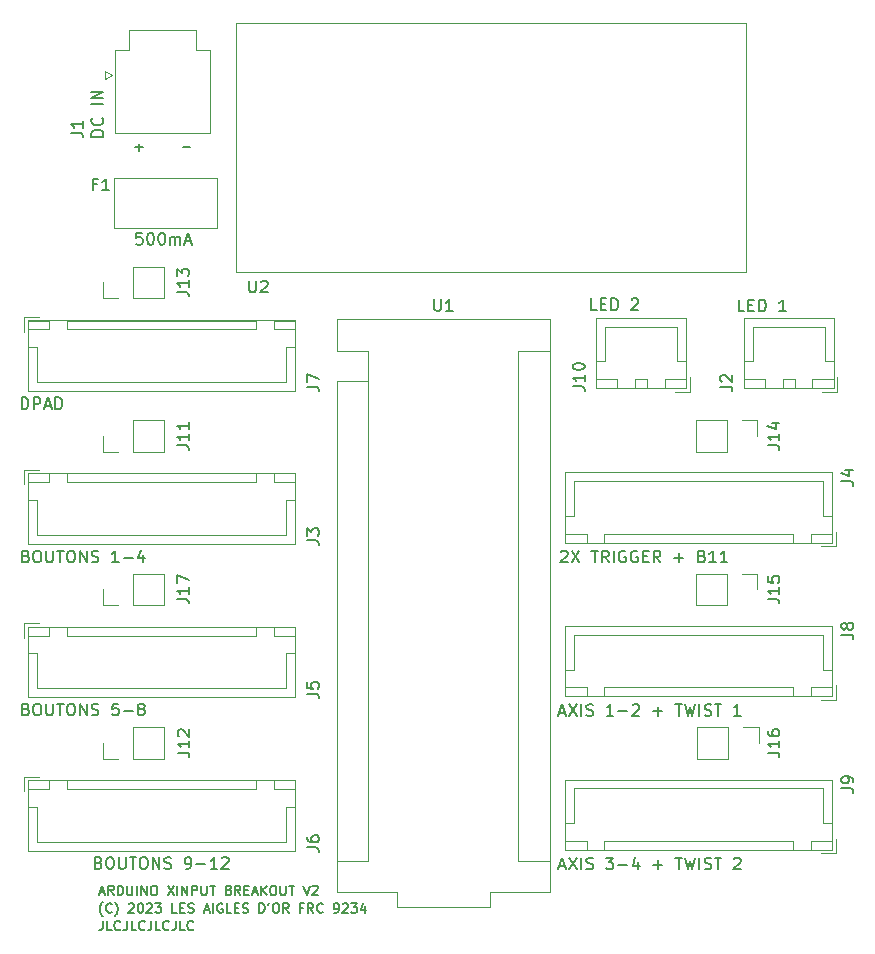
<source format=gbr>
%TF.GenerationSoftware,KiCad,Pcbnew,7.0.2-0*%
%TF.CreationDate,2024-10-30T20:34:35-04:00*%
%TF.ProjectId,motherboard,6d6f7468-6572-4626-9f61-72642e6b6963,rev?*%
%TF.SameCoordinates,Original*%
%TF.FileFunction,Legend,Top*%
%TF.FilePolarity,Positive*%
%FSLAX46Y46*%
G04 Gerber Fmt 4.6, Leading zero omitted, Abs format (unit mm)*
G04 Created by KiCad (PCBNEW 7.0.2-0) date 2024-10-30 20:34:35*
%MOMM*%
%LPD*%
G01*
G04 APERTURE LIST*
%ADD10C,0.150000*%
%ADD11C,0.120000*%
G04 APERTURE END LIST*
D10*
X50902380Y-107641523D02*
X51283333Y-107641523D01*
X50826190Y-107870095D02*
X51092857Y-107070095D01*
X51092857Y-107070095D02*
X51359523Y-107870095D01*
X52083333Y-107870095D02*
X51816666Y-107489142D01*
X51626190Y-107870095D02*
X51626190Y-107070095D01*
X51626190Y-107070095D02*
X51930952Y-107070095D01*
X51930952Y-107070095D02*
X52007142Y-107108190D01*
X52007142Y-107108190D02*
X52045237Y-107146285D01*
X52045237Y-107146285D02*
X52083333Y-107222476D01*
X52083333Y-107222476D02*
X52083333Y-107336761D01*
X52083333Y-107336761D02*
X52045237Y-107412952D01*
X52045237Y-107412952D02*
X52007142Y-107451047D01*
X52007142Y-107451047D02*
X51930952Y-107489142D01*
X51930952Y-107489142D02*
X51626190Y-107489142D01*
X52426190Y-107870095D02*
X52426190Y-107070095D01*
X52426190Y-107070095D02*
X52616666Y-107070095D01*
X52616666Y-107070095D02*
X52730952Y-107108190D01*
X52730952Y-107108190D02*
X52807142Y-107184380D01*
X52807142Y-107184380D02*
X52845237Y-107260571D01*
X52845237Y-107260571D02*
X52883333Y-107412952D01*
X52883333Y-107412952D02*
X52883333Y-107527238D01*
X52883333Y-107527238D02*
X52845237Y-107679619D01*
X52845237Y-107679619D02*
X52807142Y-107755809D01*
X52807142Y-107755809D02*
X52730952Y-107832000D01*
X52730952Y-107832000D02*
X52616666Y-107870095D01*
X52616666Y-107870095D02*
X52426190Y-107870095D01*
X53226190Y-107070095D02*
X53226190Y-107717714D01*
X53226190Y-107717714D02*
X53264285Y-107793904D01*
X53264285Y-107793904D02*
X53302380Y-107832000D01*
X53302380Y-107832000D02*
X53378571Y-107870095D01*
X53378571Y-107870095D02*
X53530952Y-107870095D01*
X53530952Y-107870095D02*
X53607142Y-107832000D01*
X53607142Y-107832000D02*
X53645237Y-107793904D01*
X53645237Y-107793904D02*
X53683333Y-107717714D01*
X53683333Y-107717714D02*
X53683333Y-107070095D01*
X54064285Y-107870095D02*
X54064285Y-107070095D01*
X54445237Y-107870095D02*
X54445237Y-107070095D01*
X54445237Y-107070095D02*
X54902380Y-107870095D01*
X54902380Y-107870095D02*
X54902380Y-107070095D01*
X55435713Y-107070095D02*
X55588094Y-107070095D01*
X55588094Y-107070095D02*
X55664284Y-107108190D01*
X55664284Y-107108190D02*
X55740475Y-107184380D01*
X55740475Y-107184380D02*
X55778570Y-107336761D01*
X55778570Y-107336761D02*
X55778570Y-107603428D01*
X55778570Y-107603428D02*
X55740475Y-107755809D01*
X55740475Y-107755809D02*
X55664284Y-107832000D01*
X55664284Y-107832000D02*
X55588094Y-107870095D01*
X55588094Y-107870095D02*
X55435713Y-107870095D01*
X55435713Y-107870095D02*
X55359522Y-107832000D01*
X55359522Y-107832000D02*
X55283332Y-107755809D01*
X55283332Y-107755809D02*
X55245236Y-107603428D01*
X55245236Y-107603428D02*
X55245236Y-107336761D01*
X55245236Y-107336761D02*
X55283332Y-107184380D01*
X55283332Y-107184380D02*
X55359522Y-107108190D01*
X55359522Y-107108190D02*
X55435713Y-107070095D01*
X56654760Y-107070095D02*
X57188094Y-107870095D01*
X57188094Y-107070095D02*
X56654760Y-107870095D01*
X57492856Y-107870095D02*
X57492856Y-107070095D01*
X57873808Y-107870095D02*
X57873808Y-107070095D01*
X57873808Y-107070095D02*
X58330951Y-107870095D01*
X58330951Y-107870095D02*
X58330951Y-107070095D01*
X58711903Y-107870095D02*
X58711903Y-107070095D01*
X58711903Y-107070095D02*
X59016665Y-107070095D01*
X59016665Y-107070095D02*
X59092855Y-107108190D01*
X59092855Y-107108190D02*
X59130950Y-107146285D01*
X59130950Y-107146285D02*
X59169046Y-107222476D01*
X59169046Y-107222476D02*
X59169046Y-107336761D01*
X59169046Y-107336761D02*
X59130950Y-107412952D01*
X59130950Y-107412952D02*
X59092855Y-107451047D01*
X59092855Y-107451047D02*
X59016665Y-107489142D01*
X59016665Y-107489142D02*
X58711903Y-107489142D01*
X59511903Y-107070095D02*
X59511903Y-107717714D01*
X59511903Y-107717714D02*
X59549998Y-107793904D01*
X59549998Y-107793904D02*
X59588093Y-107832000D01*
X59588093Y-107832000D02*
X59664284Y-107870095D01*
X59664284Y-107870095D02*
X59816665Y-107870095D01*
X59816665Y-107870095D02*
X59892855Y-107832000D01*
X59892855Y-107832000D02*
X59930950Y-107793904D01*
X59930950Y-107793904D02*
X59969046Y-107717714D01*
X59969046Y-107717714D02*
X59969046Y-107070095D01*
X60235712Y-107070095D02*
X60692855Y-107070095D01*
X60464283Y-107870095D02*
X60464283Y-107070095D01*
X61835712Y-107451047D02*
X61949998Y-107489142D01*
X61949998Y-107489142D02*
X61988093Y-107527238D01*
X61988093Y-107527238D02*
X62026189Y-107603428D01*
X62026189Y-107603428D02*
X62026189Y-107717714D01*
X62026189Y-107717714D02*
X61988093Y-107793904D01*
X61988093Y-107793904D02*
X61949998Y-107832000D01*
X61949998Y-107832000D02*
X61873808Y-107870095D01*
X61873808Y-107870095D02*
X61569046Y-107870095D01*
X61569046Y-107870095D02*
X61569046Y-107070095D01*
X61569046Y-107070095D02*
X61835712Y-107070095D01*
X61835712Y-107070095D02*
X61911903Y-107108190D01*
X61911903Y-107108190D02*
X61949998Y-107146285D01*
X61949998Y-107146285D02*
X61988093Y-107222476D01*
X61988093Y-107222476D02*
X61988093Y-107298666D01*
X61988093Y-107298666D02*
X61949998Y-107374857D01*
X61949998Y-107374857D02*
X61911903Y-107412952D01*
X61911903Y-107412952D02*
X61835712Y-107451047D01*
X61835712Y-107451047D02*
X61569046Y-107451047D01*
X62826189Y-107870095D02*
X62559522Y-107489142D01*
X62369046Y-107870095D02*
X62369046Y-107070095D01*
X62369046Y-107070095D02*
X62673808Y-107070095D01*
X62673808Y-107070095D02*
X62749998Y-107108190D01*
X62749998Y-107108190D02*
X62788093Y-107146285D01*
X62788093Y-107146285D02*
X62826189Y-107222476D01*
X62826189Y-107222476D02*
X62826189Y-107336761D01*
X62826189Y-107336761D02*
X62788093Y-107412952D01*
X62788093Y-107412952D02*
X62749998Y-107451047D01*
X62749998Y-107451047D02*
X62673808Y-107489142D01*
X62673808Y-107489142D02*
X62369046Y-107489142D01*
X63169046Y-107451047D02*
X63435712Y-107451047D01*
X63549998Y-107870095D02*
X63169046Y-107870095D01*
X63169046Y-107870095D02*
X63169046Y-107070095D01*
X63169046Y-107070095D02*
X63549998Y-107070095D01*
X63854760Y-107641523D02*
X64235713Y-107641523D01*
X63778570Y-107870095D02*
X64045237Y-107070095D01*
X64045237Y-107070095D02*
X64311903Y-107870095D01*
X64578570Y-107870095D02*
X64578570Y-107070095D01*
X65035713Y-107870095D02*
X64692855Y-107412952D01*
X65035713Y-107070095D02*
X64578570Y-107527238D01*
X65530951Y-107070095D02*
X65683332Y-107070095D01*
X65683332Y-107070095D02*
X65759522Y-107108190D01*
X65759522Y-107108190D02*
X65835713Y-107184380D01*
X65835713Y-107184380D02*
X65873808Y-107336761D01*
X65873808Y-107336761D02*
X65873808Y-107603428D01*
X65873808Y-107603428D02*
X65835713Y-107755809D01*
X65835713Y-107755809D02*
X65759522Y-107832000D01*
X65759522Y-107832000D02*
X65683332Y-107870095D01*
X65683332Y-107870095D02*
X65530951Y-107870095D01*
X65530951Y-107870095D02*
X65454760Y-107832000D01*
X65454760Y-107832000D02*
X65378570Y-107755809D01*
X65378570Y-107755809D02*
X65340474Y-107603428D01*
X65340474Y-107603428D02*
X65340474Y-107336761D01*
X65340474Y-107336761D02*
X65378570Y-107184380D01*
X65378570Y-107184380D02*
X65454760Y-107108190D01*
X65454760Y-107108190D02*
X65530951Y-107070095D01*
X66216665Y-107070095D02*
X66216665Y-107717714D01*
X66216665Y-107717714D02*
X66254760Y-107793904D01*
X66254760Y-107793904D02*
X66292855Y-107832000D01*
X66292855Y-107832000D02*
X66369046Y-107870095D01*
X66369046Y-107870095D02*
X66521427Y-107870095D01*
X66521427Y-107870095D02*
X66597617Y-107832000D01*
X66597617Y-107832000D02*
X66635712Y-107793904D01*
X66635712Y-107793904D02*
X66673808Y-107717714D01*
X66673808Y-107717714D02*
X66673808Y-107070095D01*
X66940474Y-107070095D02*
X67397617Y-107070095D01*
X67169045Y-107870095D02*
X67169045Y-107070095D01*
X68159522Y-107070095D02*
X68426189Y-107870095D01*
X68426189Y-107870095D02*
X68692855Y-107070095D01*
X68921426Y-107146285D02*
X68959522Y-107108190D01*
X68959522Y-107108190D02*
X69035712Y-107070095D01*
X69035712Y-107070095D02*
X69226188Y-107070095D01*
X69226188Y-107070095D02*
X69302379Y-107108190D01*
X69302379Y-107108190D02*
X69340474Y-107146285D01*
X69340474Y-107146285D02*
X69378569Y-107222476D01*
X69378569Y-107222476D02*
X69378569Y-107298666D01*
X69378569Y-107298666D02*
X69340474Y-107412952D01*
X69340474Y-107412952D02*
X68883331Y-107870095D01*
X68883331Y-107870095D02*
X69378569Y-107870095D01*
X51169047Y-110070095D02*
X51169047Y-110641523D01*
X51169047Y-110641523D02*
X51130952Y-110755809D01*
X51130952Y-110755809D02*
X51054761Y-110832000D01*
X51054761Y-110832000D02*
X50940476Y-110870095D01*
X50940476Y-110870095D02*
X50864285Y-110870095D01*
X51930952Y-110870095D02*
X51550000Y-110870095D01*
X51550000Y-110870095D02*
X51550000Y-110070095D01*
X52654762Y-110793904D02*
X52616666Y-110832000D01*
X52616666Y-110832000D02*
X52502381Y-110870095D01*
X52502381Y-110870095D02*
X52426190Y-110870095D01*
X52426190Y-110870095D02*
X52311904Y-110832000D01*
X52311904Y-110832000D02*
X52235714Y-110755809D01*
X52235714Y-110755809D02*
X52197619Y-110679619D01*
X52197619Y-110679619D02*
X52159523Y-110527238D01*
X52159523Y-110527238D02*
X52159523Y-110412952D01*
X52159523Y-110412952D02*
X52197619Y-110260571D01*
X52197619Y-110260571D02*
X52235714Y-110184380D01*
X52235714Y-110184380D02*
X52311904Y-110108190D01*
X52311904Y-110108190D02*
X52426190Y-110070095D01*
X52426190Y-110070095D02*
X52502381Y-110070095D01*
X52502381Y-110070095D02*
X52616666Y-110108190D01*
X52616666Y-110108190D02*
X52654762Y-110146285D01*
X53226190Y-110070095D02*
X53226190Y-110641523D01*
X53226190Y-110641523D02*
X53188095Y-110755809D01*
X53188095Y-110755809D02*
X53111904Y-110832000D01*
X53111904Y-110832000D02*
X52997619Y-110870095D01*
X52997619Y-110870095D02*
X52921428Y-110870095D01*
X53988095Y-110870095D02*
X53607143Y-110870095D01*
X53607143Y-110870095D02*
X53607143Y-110070095D01*
X54711905Y-110793904D02*
X54673809Y-110832000D01*
X54673809Y-110832000D02*
X54559524Y-110870095D01*
X54559524Y-110870095D02*
X54483333Y-110870095D01*
X54483333Y-110870095D02*
X54369047Y-110832000D01*
X54369047Y-110832000D02*
X54292857Y-110755809D01*
X54292857Y-110755809D02*
X54254762Y-110679619D01*
X54254762Y-110679619D02*
X54216666Y-110527238D01*
X54216666Y-110527238D02*
X54216666Y-110412952D01*
X54216666Y-110412952D02*
X54254762Y-110260571D01*
X54254762Y-110260571D02*
X54292857Y-110184380D01*
X54292857Y-110184380D02*
X54369047Y-110108190D01*
X54369047Y-110108190D02*
X54483333Y-110070095D01*
X54483333Y-110070095D02*
X54559524Y-110070095D01*
X54559524Y-110070095D02*
X54673809Y-110108190D01*
X54673809Y-110108190D02*
X54711905Y-110146285D01*
X55283333Y-110070095D02*
X55283333Y-110641523D01*
X55283333Y-110641523D02*
X55245238Y-110755809D01*
X55245238Y-110755809D02*
X55169047Y-110832000D01*
X55169047Y-110832000D02*
X55054762Y-110870095D01*
X55054762Y-110870095D02*
X54978571Y-110870095D01*
X56045238Y-110870095D02*
X55664286Y-110870095D01*
X55664286Y-110870095D02*
X55664286Y-110070095D01*
X56769048Y-110793904D02*
X56730952Y-110832000D01*
X56730952Y-110832000D02*
X56616667Y-110870095D01*
X56616667Y-110870095D02*
X56540476Y-110870095D01*
X56540476Y-110870095D02*
X56426190Y-110832000D01*
X56426190Y-110832000D02*
X56350000Y-110755809D01*
X56350000Y-110755809D02*
X56311905Y-110679619D01*
X56311905Y-110679619D02*
X56273809Y-110527238D01*
X56273809Y-110527238D02*
X56273809Y-110412952D01*
X56273809Y-110412952D02*
X56311905Y-110260571D01*
X56311905Y-110260571D02*
X56350000Y-110184380D01*
X56350000Y-110184380D02*
X56426190Y-110108190D01*
X56426190Y-110108190D02*
X56540476Y-110070095D01*
X56540476Y-110070095D02*
X56616667Y-110070095D01*
X56616667Y-110070095D02*
X56730952Y-110108190D01*
X56730952Y-110108190D02*
X56769048Y-110146285D01*
X57340476Y-110070095D02*
X57340476Y-110641523D01*
X57340476Y-110641523D02*
X57302381Y-110755809D01*
X57302381Y-110755809D02*
X57226190Y-110832000D01*
X57226190Y-110832000D02*
X57111905Y-110870095D01*
X57111905Y-110870095D02*
X57035714Y-110870095D01*
X58102381Y-110870095D02*
X57721429Y-110870095D01*
X57721429Y-110870095D02*
X57721429Y-110070095D01*
X58826191Y-110793904D02*
X58788095Y-110832000D01*
X58788095Y-110832000D02*
X58673810Y-110870095D01*
X58673810Y-110870095D02*
X58597619Y-110870095D01*
X58597619Y-110870095D02*
X58483333Y-110832000D01*
X58483333Y-110832000D02*
X58407143Y-110755809D01*
X58407143Y-110755809D02*
X58369048Y-110679619D01*
X58369048Y-110679619D02*
X58330952Y-110527238D01*
X58330952Y-110527238D02*
X58330952Y-110412952D01*
X58330952Y-110412952D02*
X58369048Y-110260571D01*
X58369048Y-110260571D02*
X58407143Y-110184380D01*
X58407143Y-110184380D02*
X58483333Y-110108190D01*
X58483333Y-110108190D02*
X58597619Y-110070095D01*
X58597619Y-110070095D02*
X58673810Y-110070095D01*
X58673810Y-110070095D02*
X58788095Y-110108190D01*
X58788095Y-110108190D02*
X58826191Y-110146285D01*
X57940476Y-44565333D02*
X58550000Y-44565333D01*
X53940476Y-44565333D02*
X54550000Y-44565333D01*
X54245238Y-44870095D02*
X54245238Y-44260571D01*
X51169047Y-109674857D02*
X51130952Y-109636761D01*
X51130952Y-109636761D02*
X51054761Y-109522476D01*
X51054761Y-109522476D02*
X51016666Y-109446285D01*
X51016666Y-109446285D02*
X50978571Y-109332000D01*
X50978571Y-109332000D02*
X50940476Y-109141523D01*
X50940476Y-109141523D02*
X50940476Y-108989142D01*
X50940476Y-108989142D02*
X50978571Y-108798666D01*
X50978571Y-108798666D02*
X51016666Y-108684380D01*
X51016666Y-108684380D02*
X51054761Y-108608190D01*
X51054761Y-108608190D02*
X51130952Y-108493904D01*
X51130952Y-108493904D02*
X51169047Y-108455809D01*
X51930952Y-109293904D02*
X51892856Y-109332000D01*
X51892856Y-109332000D02*
X51778571Y-109370095D01*
X51778571Y-109370095D02*
X51702380Y-109370095D01*
X51702380Y-109370095D02*
X51588094Y-109332000D01*
X51588094Y-109332000D02*
X51511904Y-109255809D01*
X51511904Y-109255809D02*
X51473809Y-109179619D01*
X51473809Y-109179619D02*
X51435713Y-109027238D01*
X51435713Y-109027238D02*
X51435713Y-108912952D01*
X51435713Y-108912952D02*
X51473809Y-108760571D01*
X51473809Y-108760571D02*
X51511904Y-108684380D01*
X51511904Y-108684380D02*
X51588094Y-108608190D01*
X51588094Y-108608190D02*
X51702380Y-108570095D01*
X51702380Y-108570095D02*
X51778571Y-108570095D01*
X51778571Y-108570095D02*
X51892856Y-108608190D01*
X51892856Y-108608190D02*
X51930952Y-108646285D01*
X52197618Y-109674857D02*
X52235713Y-109636761D01*
X52235713Y-109636761D02*
X52311904Y-109522476D01*
X52311904Y-109522476D02*
X52349999Y-109446285D01*
X52349999Y-109446285D02*
X52388094Y-109332000D01*
X52388094Y-109332000D02*
X52426190Y-109141523D01*
X52426190Y-109141523D02*
X52426190Y-108989142D01*
X52426190Y-108989142D02*
X52388094Y-108798666D01*
X52388094Y-108798666D02*
X52349999Y-108684380D01*
X52349999Y-108684380D02*
X52311904Y-108608190D01*
X52311904Y-108608190D02*
X52235713Y-108493904D01*
X52235713Y-108493904D02*
X52197618Y-108455809D01*
X53378570Y-108646285D02*
X53416666Y-108608190D01*
X53416666Y-108608190D02*
X53492856Y-108570095D01*
X53492856Y-108570095D02*
X53683332Y-108570095D01*
X53683332Y-108570095D02*
X53759523Y-108608190D01*
X53759523Y-108608190D02*
X53797618Y-108646285D01*
X53797618Y-108646285D02*
X53835713Y-108722476D01*
X53835713Y-108722476D02*
X53835713Y-108798666D01*
X53835713Y-108798666D02*
X53797618Y-108912952D01*
X53797618Y-108912952D02*
X53340475Y-109370095D01*
X53340475Y-109370095D02*
X53835713Y-109370095D01*
X54330952Y-108570095D02*
X54407142Y-108570095D01*
X54407142Y-108570095D02*
X54483333Y-108608190D01*
X54483333Y-108608190D02*
X54521428Y-108646285D01*
X54521428Y-108646285D02*
X54559523Y-108722476D01*
X54559523Y-108722476D02*
X54597618Y-108874857D01*
X54597618Y-108874857D02*
X54597618Y-109065333D01*
X54597618Y-109065333D02*
X54559523Y-109217714D01*
X54559523Y-109217714D02*
X54521428Y-109293904D01*
X54521428Y-109293904D02*
X54483333Y-109332000D01*
X54483333Y-109332000D02*
X54407142Y-109370095D01*
X54407142Y-109370095D02*
X54330952Y-109370095D01*
X54330952Y-109370095D02*
X54254761Y-109332000D01*
X54254761Y-109332000D02*
X54216666Y-109293904D01*
X54216666Y-109293904D02*
X54178571Y-109217714D01*
X54178571Y-109217714D02*
X54140475Y-109065333D01*
X54140475Y-109065333D02*
X54140475Y-108874857D01*
X54140475Y-108874857D02*
X54178571Y-108722476D01*
X54178571Y-108722476D02*
X54216666Y-108646285D01*
X54216666Y-108646285D02*
X54254761Y-108608190D01*
X54254761Y-108608190D02*
X54330952Y-108570095D01*
X54902380Y-108646285D02*
X54940476Y-108608190D01*
X54940476Y-108608190D02*
X55016666Y-108570095D01*
X55016666Y-108570095D02*
X55207142Y-108570095D01*
X55207142Y-108570095D02*
X55283333Y-108608190D01*
X55283333Y-108608190D02*
X55321428Y-108646285D01*
X55321428Y-108646285D02*
X55359523Y-108722476D01*
X55359523Y-108722476D02*
X55359523Y-108798666D01*
X55359523Y-108798666D02*
X55321428Y-108912952D01*
X55321428Y-108912952D02*
X54864285Y-109370095D01*
X54864285Y-109370095D02*
X55359523Y-109370095D01*
X55626190Y-108570095D02*
X56121428Y-108570095D01*
X56121428Y-108570095D02*
X55854762Y-108874857D01*
X55854762Y-108874857D02*
X55969047Y-108874857D01*
X55969047Y-108874857D02*
X56045238Y-108912952D01*
X56045238Y-108912952D02*
X56083333Y-108951047D01*
X56083333Y-108951047D02*
X56121428Y-109027238D01*
X56121428Y-109027238D02*
X56121428Y-109217714D01*
X56121428Y-109217714D02*
X56083333Y-109293904D01*
X56083333Y-109293904D02*
X56045238Y-109332000D01*
X56045238Y-109332000D02*
X55969047Y-109370095D01*
X55969047Y-109370095D02*
X55740476Y-109370095D01*
X55740476Y-109370095D02*
X55664285Y-109332000D01*
X55664285Y-109332000D02*
X55626190Y-109293904D01*
X57454762Y-109370095D02*
X57073810Y-109370095D01*
X57073810Y-109370095D02*
X57073810Y-108570095D01*
X57721429Y-108951047D02*
X57988095Y-108951047D01*
X58102381Y-109370095D02*
X57721429Y-109370095D01*
X57721429Y-109370095D02*
X57721429Y-108570095D01*
X57721429Y-108570095D02*
X58102381Y-108570095D01*
X58407143Y-109332000D02*
X58521429Y-109370095D01*
X58521429Y-109370095D02*
X58711905Y-109370095D01*
X58711905Y-109370095D02*
X58788096Y-109332000D01*
X58788096Y-109332000D02*
X58826191Y-109293904D01*
X58826191Y-109293904D02*
X58864286Y-109217714D01*
X58864286Y-109217714D02*
X58864286Y-109141523D01*
X58864286Y-109141523D02*
X58826191Y-109065333D01*
X58826191Y-109065333D02*
X58788096Y-109027238D01*
X58788096Y-109027238D02*
X58711905Y-108989142D01*
X58711905Y-108989142D02*
X58559524Y-108951047D01*
X58559524Y-108951047D02*
X58483334Y-108912952D01*
X58483334Y-108912952D02*
X58445239Y-108874857D01*
X58445239Y-108874857D02*
X58407143Y-108798666D01*
X58407143Y-108798666D02*
X58407143Y-108722476D01*
X58407143Y-108722476D02*
X58445239Y-108646285D01*
X58445239Y-108646285D02*
X58483334Y-108608190D01*
X58483334Y-108608190D02*
X58559524Y-108570095D01*
X58559524Y-108570095D02*
X58750001Y-108570095D01*
X58750001Y-108570095D02*
X58864286Y-108608190D01*
X59778572Y-109141523D02*
X60159525Y-109141523D01*
X59702382Y-109370095D02*
X59969049Y-108570095D01*
X59969049Y-108570095D02*
X60235715Y-109370095D01*
X60502382Y-109370095D02*
X60502382Y-108570095D01*
X61302381Y-108608190D02*
X61226191Y-108570095D01*
X61226191Y-108570095D02*
X61111905Y-108570095D01*
X61111905Y-108570095D02*
X60997619Y-108608190D01*
X60997619Y-108608190D02*
X60921429Y-108684380D01*
X60921429Y-108684380D02*
X60883334Y-108760571D01*
X60883334Y-108760571D02*
X60845238Y-108912952D01*
X60845238Y-108912952D02*
X60845238Y-109027238D01*
X60845238Y-109027238D02*
X60883334Y-109179619D01*
X60883334Y-109179619D02*
X60921429Y-109255809D01*
X60921429Y-109255809D02*
X60997619Y-109332000D01*
X60997619Y-109332000D02*
X61111905Y-109370095D01*
X61111905Y-109370095D02*
X61188096Y-109370095D01*
X61188096Y-109370095D02*
X61302381Y-109332000D01*
X61302381Y-109332000D02*
X61340477Y-109293904D01*
X61340477Y-109293904D02*
X61340477Y-109027238D01*
X61340477Y-109027238D02*
X61188096Y-109027238D01*
X62064286Y-109370095D02*
X61683334Y-109370095D01*
X61683334Y-109370095D02*
X61683334Y-108570095D01*
X62330953Y-108951047D02*
X62597619Y-108951047D01*
X62711905Y-109370095D02*
X62330953Y-109370095D01*
X62330953Y-109370095D02*
X62330953Y-108570095D01*
X62330953Y-108570095D02*
X62711905Y-108570095D01*
X63016667Y-109332000D02*
X63130953Y-109370095D01*
X63130953Y-109370095D02*
X63321429Y-109370095D01*
X63321429Y-109370095D02*
X63397620Y-109332000D01*
X63397620Y-109332000D02*
X63435715Y-109293904D01*
X63435715Y-109293904D02*
X63473810Y-109217714D01*
X63473810Y-109217714D02*
X63473810Y-109141523D01*
X63473810Y-109141523D02*
X63435715Y-109065333D01*
X63435715Y-109065333D02*
X63397620Y-109027238D01*
X63397620Y-109027238D02*
X63321429Y-108989142D01*
X63321429Y-108989142D02*
X63169048Y-108951047D01*
X63169048Y-108951047D02*
X63092858Y-108912952D01*
X63092858Y-108912952D02*
X63054763Y-108874857D01*
X63054763Y-108874857D02*
X63016667Y-108798666D01*
X63016667Y-108798666D02*
X63016667Y-108722476D01*
X63016667Y-108722476D02*
X63054763Y-108646285D01*
X63054763Y-108646285D02*
X63092858Y-108608190D01*
X63092858Y-108608190D02*
X63169048Y-108570095D01*
X63169048Y-108570095D02*
X63359525Y-108570095D01*
X63359525Y-108570095D02*
X63473810Y-108608190D01*
X64426192Y-109370095D02*
X64426192Y-108570095D01*
X64426192Y-108570095D02*
X64616668Y-108570095D01*
X64616668Y-108570095D02*
X64730954Y-108608190D01*
X64730954Y-108608190D02*
X64807144Y-108684380D01*
X64807144Y-108684380D02*
X64845239Y-108760571D01*
X64845239Y-108760571D02*
X64883335Y-108912952D01*
X64883335Y-108912952D02*
X64883335Y-109027238D01*
X64883335Y-109027238D02*
X64845239Y-109179619D01*
X64845239Y-109179619D02*
X64807144Y-109255809D01*
X64807144Y-109255809D02*
X64730954Y-109332000D01*
X64730954Y-109332000D02*
X64616668Y-109370095D01*
X64616668Y-109370095D02*
X64426192Y-109370095D01*
X65264287Y-108570095D02*
X65188096Y-108722476D01*
X65759525Y-108570095D02*
X65911906Y-108570095D01*
X65911906Y-108570095D02*
X65988096Y-108608190D01*
X65988096Y-108608190D02*
X66064287Y-108684380D01*
X66064287Y-108684380D02*
X66102382Y-108836761D01*
X66102382Y-108836761D02*
X66102382Y-109103428D01*
X66102382Y-109103428D02*
X66064287Y-109255809D01*
X66064287Y-109255809D02*
X65988096Y-109332000D01*
X65988096Y-109332000D02*
X65911906Y-109370095D01*
X65911906Y-109370095D02*
X65759525Y-109370095D01*
X65759525Y-109370095D02*
X65683334Y-109332000D01*
X65683334Y-109332000D02*
X65607144Y-109255809D01*
X65607144Y-109255809D02*
X65569048Y-109103428D01*
X65569048Y-109103428D02*
X65569048Y-108836761D01*
X65569048Y-108836761D02*
X65607144Y-108684380D01*
X65607144Y-108684380D02*
X65683334Y-108608190D01*
X65683334Y-108608190D02*
X65759525Y-108570095D01*
X66902382Y-109370095D02*
X66635715Y-108989142D01*
X66445239Y-109370095D02*
X66445239Y-108570095D01*
X66445239Y-108570095D02*
X66750001Y-108570095D01*
X66750001Y-108570095D02*
X66826191Y-108608190D01*
X66826191Y-108608190D02*
X66864286Y-108646285D01*
X66864286Y-108646285D02*
X66902382Y-108722476D01*
X66902382Y-108722476D02*
X66902382Y-108836761D01*
X66902382Y-108836761D02*
X66864286Y-108912952D01*
X66864286Y-108912952D02*
X66826191Y-108951047D01*
X66826191Y-108951047D02*
X66750001Y-108989142D01*
X66750001Y-108989142D02*
X66445239Y-108989142D01*
X68121429Y-108951047D02*
X67854763Y-108951047D01*
X67854763Y-109370095D02*
X67854763Y-108570095D01*
X67854763Y-108570095D02*
X68235715Y-108570095D01*
X68997620Y-109370095D02*
X68730953Y-108989142D01*
X68540477Y-109370095D02*
X68540477Y-108570095D01*
X68540477Y-108570095D02*
X68845239Y-108570095D01*
X68845239Y-108570095D02*
X68921429Y-108608190D01*
X68921429Y-108608190D02*
X68959524Y-108646285D01*
X68959524Y-108646285D02*
X68997620Y-108722476D01*
X68997620Y-108722476D02*
X68997620Y-108836761D01*
X68997620Y-108836761D02*
X68959524Y-108912952D01*
X68959524Y-108912952D02*
X68921429Y-108951047D01*
X68921429Y-108951047D02*
X68845239Y-108989142D01*
X68845239Y-108989142D02*
X68540477Y-108989142D01*
X69797620Y-109293904D02*
X69759524Y-109332000D01*
X69759524Y-109332000D02*
X69645239Y-109370095D01*
X69645239Y-109370095D02*
X69569048Y-109370095D01*
X69569048Y-109370095D02*
X69454762Y-109332000D01*
X69454762Y-109332000D02*
X69378572Y-109255809D01*
X69378572Y-109255809D02*
X69340477Y-109179619D01*
X69340477Y-109179619D02*
X69302381Y-109027238D01*
X69302381Y-109027238D02*
X69302381Y-108912952D01*
X69302381Y-108912952D02*
X69340477Y-108760571D01*
X69340477Y-108760571D02*
X69378572Y-108684380D01*
X69378572Y-108684380D02*
X69454762Y-108608190D01*
X69454762Y-108608190D02*
X69569048Y-108570095D01*
X69569048Y-108570095D02*
X69645239Y-108570095D01*
X69645239Y-108570095D02*
X69759524Y-108608190D01*
X69759524Y-108608190D02*
X69797620Y-108646285D01*
X70788096Y-109370095D02*
X70940477Y-109370095D01*
X70940477Y-109370095D02*
X71016667Y-109332000D01*
X71016667Y-109332000D02*
X71054763Y-109293904D01*
X71054763Y-109293904D02*
X71130953Y-109179619D01*
X71130953Y-109179619D02*
X71169048Y-109027238D01*
X71169048Y-109027238D02*
X71169048Y-108722476D01*
X71169048Y-108722476D02*
X71130953Y-108646285D01*
X71130953Y-108646285D02*
X71092858Y-108608190D01*
X71092858Y-108608190D02*
X71016667Y-108570095D01*
X71016667Y-108570095D02*
X70864286Y-108570095D01*
X70864286Y-108570095D02*
X70788096Y-108608190D01*
X70788096Y-108608190D02*
X70750001Y-108646285D01*
X70750001Y-108646285D02*
X70711905Y-108722476D01*
X70711905Y-108722476D02*
X70711905Y-108912952D01*
X70711905Y-108912952D02*
X70750001Y-108989142D01*
X70750001Y-108989142D02*
X70788096Y-109027238D01*
X70788096Y-109027238D02*
X70864286Y-109065333D01*
X70864286Y-109065333D02*
X71016667Y-109065333D01*
X71016667Y-109065333D02*
X71092858Y-109027238D01*
X71092858Y-109027238D02*
X71130953Y-108989142D01*
X71130953Y-108989142D02*
X71169048Y-108912952D01*
X71473810Y-108646285D02*
X71511906Y-108608190D01*
X71511906Y-108608190D02*
X71588096Y-108570095D01*
X71588096Y-108570095D02*
X71778572Y-108570095D01*
X71778572Y-108570095D02*
X71854763Y-108608190D01*
X71854763Y-108608190D02*
X71892858Y-108646285D01*
X71892858Y-108646285D02*
X71930953Y-108722476D01*
X71930953Y-108722476D02*
X71930953Y-108798666D01*
X71930953Y-108798666D02*
X71892858Y-108912952D01*
X71892858Y-108912952D02*
X71435715Y-109370095D01*
X71435715Y-109370095D02*
X71930953Y-109370095D01*
X72197620Y-108570095D02*
X72692858Y-108570095D01*
X72692858Y-108570095D02*
X72426192Y-108874857D01*
X72426192Y-108874857D02*
X72540477Y-108874857D01*
X72540477Y-108874857D02*
X72616668Y-108912952D01*
X72616668Y-108912952D02*
X72654763Y-108951047D01*
X72654763Y-108951047D02*
X72692858Y-109027238D01*
X72692858Y-109027238D02*
X72692858Y-109217714D01*
X72692858Y-109217714D02*
X72654763Y-109293904D01*
X72654763Y-109293904D02*
X72616668Y-109332000D01*
X72616668Y-109332000D02*
X72540477Y-109370095D01*
X72540477Y-109370095D02*
X72311906Y-109370095D01*
X72311906Y-109370095D02*
X72235715Y-109332000D01*
X72235715Y-109332000D02*
X72197620Y-109293904D01*
X73378573Y-108836761D02*
X73378573Y-109370095D01*
X73188097Y-108532000D02*
X72997620Y-109103428D01*
X72997620Y-109103428D02*
X73492859Y-109103428D01*
%TO.C,J8*%
X113712619Y-85833333D02*
X114426904Y-85833333D01*
X114426904Y-85833333D02*
X114569761Y-85880952D01*
X114569761Y-85880952D02*
X114665000Y-85976190D01*
X114665000Y-85976190D02*
X114712619Y-86119047D01*
X114712619Y-86119047D02*
X114712619Y-86214285D01*
X114141190Y-85214285D02*
X114093571Y-85309523D01*
X114093571Y-85309523D02*
X114045952Y-85357142D01*
X114045952Y-85357142D02*
X113950714Y-85404761D01*
X113950714Y-85404761D02*
X113903095Y-85404761D01*
X113903095Y-85404761D02*
X113807857Y-85357142D01*
X113807857Y-85357142D02*
X113760238Y-85309523D01*
X113760238Y-85309523D02*
X113712619Y-85214285D01*
X113712619Y-85214285D02*
X113712619Y-85023809D01*
X113712619Y-85023809D02*
X113760238Y-84928571D01*
X113760238Y-84928571D02*
X113807857Y-84880952D01*
X113807857Y-84880952D02*
X113903095Y-84833333D01*
X113903095Y-84833333D02*
X113950714Y-84833333D01*
X113950714Y-84833333D02*
X114045952Y-84880952D01*
X114045952Y-84880952D02*
X114093571Y-84928571D01*
X114093571Y-84928571D02*
X114141190Y-85023809D01*
X114141190Y-85023809D02*
X114141190Y-85214285D01*
X114141190Y-85214285D02*
X114188809Y-85309523D01*
X114188809Y-85309523D02*
X114236428Y-85357142D01*
X114236428Y-85357142D02*
X114331666Y-85404761D01*
X114331666Y-85404761D02*
X114522142Y-85404761D01*
X114522142Y-85404761D02*
X114617380Y-85357142D01*
X114617380Y-85357142D02*
X114665000Y-85309523D01*
X114665000Y-85309523D02*
X114712619Y-85214285D01*
X114712619Y-85214285D02*
X114712619Y-85023809D01*
X114712619Y-85023809D02*
X114665000Y-84928571D01*
X114665000Y-84928571D02*
X114617380Y-84880952D01*
X114617380Y-84880952D02*
X114522142Y-84833333D01*
X114522142Y-84833333D02*
X114331666Y-84833333D01*
X114331666Y-84833333D02*
X114236428Y-84880952D01*
X114236428Y-84880952D02*
X114188809Y-84928571D01*
X114188809Y-84928571D02*
X114141190Y-85023809D01*
X89833333Y-92426904D02*
X90309523Y-92426904D01*
X89738095Y-92712619D02*
X90071428Y-91712619D01*
X90071428Y-91712619D02*
X90404761Y-92712619D01*
X90642857Y-91712619D02*
X91309523Y-92712619D01*
X91309523Y-91712619D02*
X90642857Y-92712619D01*
X91690476Y-92712619D02*
X91690476Y-91712619D01*
X92119047Y-92665000D02*
X92261904Y-92712619D01*
X92261904Y-92712619D02*
X92499999Y-92712619D01*
X92499999Y-92712619D02*
X92595237Y-92665000D01*
X92595237Y-92665000D02*
X92642856Y-92617380D01*
X92642856Y-92617380D02*
X92690475Y-92522142D01*
X92690475Y-92522142D02*
X92690475Y-92426904D01*
X92690475Y-92426904D02*
X92642856Y-92331666D01*
X92642856Y-92331666D02*
X92595237Y-92284047D01*
X92595237Y-92284047D02*
X92499999Y-92236428D01*
X92499999Y-92236428D02*
X92309523Y-92188809D01*
X92309523Y-92188809D02*
X92214285Y-92141190D01*
X92214285Y-92141190D02*
X92166666Y-92093571D01*
X92166666Y-92093571D02*
X92119047Y-91998333D01*
X92119047Y-91998333D02*
X92119047Y-91903095D01*
X92119047Y-91903095D02*
X92166666Y-91807857D01*
X92166666Y-91807857D02*
X92214285Y-91760238D01*
X92214285Y-91760238D02*
X92309523Y-91712619D01*
X92309523Y-91712619D02*
X92547618Y-91712619D01*
X92547618Y-91712619D02*
X92690475Y-91760238D01*
X94404761Y-92712619D02*
X93833333Y-92712619D01*
X94119047Y-92712619D02*
X94119047Y-91712619D01*
X94119047Y-91712619D02*
X94023809Y-91855476D01*
X94023809Y-91855476D02*
X93928571Y-91950714D01*
X93928571Y-91950714D02*
X93833333Y-91998333D01*
X94833333Y-92331666D02*
X95595238Y-92331666D01*
X96023809Y-91807857D02*
X96071428Y-91760238D01*
X96071428Y-91760238D02*
X96166666Y-91712619D01*
X96166666Y-91712619D02*
X96404761Y-91712619D01*
X96404761Y-91712619D02*
X96499999Y-91760238D01*
X96499999Y-91760238D02*
X96547618Y-91807857D01*
X96547618Y-91807857D02*
X96595237Y-91903095D01*
X96595237Y-91903095D02*
X96595237Y-91998333D01*
X96595237Y-91998333D02*
X96547618Y-92141190D01*
X96547618Y-92141190D02*
X95976190Y-92712619D01*
X95976190Y-92712619D02*
X96595237Y-92712619D01*
X97785714Y-92331666D02*
X98547619Y-92331666D01*
X98166666Y-92712619D02*
X98166666Y-91950714D01*
X99642857Y-91712619D02*
X100214285Y-91712619D01*
X99928571Y-92712619D02*
X99928571Y-91712619D01*
X100452381Y-91712619D02*
X100690476Y-92712619D01*
X100690476Y-92712619D02*
X100880952Y-91998333D01*
X100880952Y-91998333D02*
X101071428Y-92712619D01*
X101071428Y-92712619D02*
X101309524Y-91712619D01*
X101690476Y-92712619D02*
X101690476Y-91712619D01*
X102119047Y-92665000D02*
X102261904Y-92712619D01*
X102261904Y-92712619D02*
X102499999Y-92712619D01*
X102499999Y-92712619D02*
X102595237Y-92665000D01*
X102595237Y-92665000D02*
X102642856Y-92617380D01*
X102642856Y-92617380D02*
X102690475Y-92522142D01*
X102690475Y-92522142D02*
X102690475Y-92426904D01*
X102690475Y-92426904D02*
X102642856Y-92331666D01*
X102642856Y-92331666D02*
X102595237Y-92284047D01*
X102595237Y-92284047D02*
X102499999Y-92236428D01*
X102499999Y-92236428D02*
X102309523Y-92188809D01*
X102309523Y-92188809D02*
X102214285Y-92141190D01*
X102214285Y-92141190D02*
X102166666Y-92093571D01*
X102166666Y-92093571D02*
X102119047Y-91998333D01*
X102119047Y-91998333D02*
X102119047Y-91903095D01*
X102119047Y-91903095D02*
X102166666Y-91807857D01*
X102166666Y-91807857D02*
X102214285Y-91760238D01*
X102214285Y-91760238D02*
X102309523Y-91712619D01*
X102309523Y-91712619D02*
X102547618Y-91712619D01*
X102547618Y-91712619D02*
X102690475Y-91760238D01*
X102976190Y-91712619D02*
X103547618Y-91712619D01*
X103261904Y-92712619D02*
X103261904Y-91712619D01*
X105166666Y-92712619D02*
X104595238Y-92712619D01*
X104880952Y-92712619D02*
X104880952Y-91712619D01*
X104880952Y-91712619D02*
X104785714Y-91855476D01*
X104785714Y-91855476D02*
X104690476Y-91950714D01*
X104690476Y-91950714D02*
X104595238Y-91998333D01*
%TO.C,J17*%
X57462619Y-82809523D02*
X58176904Y-82809523D01*
X58176904Y-82809523D02*
X58319761Y-82857142D01*
X58319761Y-82857142D02*
X58415000Y-82952380D01*
X58415000Y-82952380D02*
X58462619Y-83095237D01*
X58462619Y-83095237D02*
X58462619Y-83190475D01*
X58462619Y-81809523D02*
X58462619Y-82380951D01*
X58462619Y-82095237D02*
X57462619Y-82095237D01*
X57462619Y-82095237D02*
X57605476Y-82190475D01*
X57605476Y-82190475D02*
X57700714Y-82285713D01*
X57700714Y-82285713D02*
X57748333Y-82380951D01*
X57462619Y-81476189D02*
X57462619Y-80809523D01*
X57462619Y-80809523D02*
X58462619Y-81238094D01*
%TO.C,J10*%
X90962619Y-64809523D02*
X91676904Y-64809523D01*
X91676904Y-64809523D02*
X91819761Y-64857142D01*
X91819761Y-64857142D02*
X91915000Y-64952380D01*
X91915000Y-64952380D02*
X91962619Y-65095237D01*
X91962619Y-65095237D02*
X91962619Y-65190475D01*
X91962619Y-63809523D02*
X91962619Y-64380951D01*
X91962619Y-64095237D02*
X90962619Y-64095237D01*
X90962619Y-64095237D02*
X91105476Y-64190475D01*
X91105476Y-64190475D02*
X91200714Y-64285713D01*
X91200714Y-64285713D02*
X91248333Y-64380951D01*
X90962619Y-63190475D02*
X90962619Y-63095237D01*
X90962619Y-63095237D02*
X91010238Y-62999999D01*
X91010238Y-62999999D02*
X91057857Y-62952380D01*
X91057857Y-62952380D02*
X91153095Y-62904761D01*
X91153095Y-62904761D02*
X91343571Y-62857142D01*
X91343571Y-62857142D02*
X91581666Y-62857142D01*
X91581666Y-62857142D02*
X91772142Y-62904761D01*
X91772142Y-62904761D02*
X91867380Y-62952380D01*
X91867380Y-62952380D02*
X91915000Y-62999999D01*
X91915000Y-62999999D02*
X91962619Y-63095237D01*
X91962619Y-63095237D02*
X91962619Y-63190475D01*
X91962619Y-63190475D02*
X91915000Y-63285713D01*
X91915000Y-63285713D02*
X91867380Y-63333332D01*
X91867380Y-63333332D02*
X91772142Y-63380951D01*
X91772142Y-63380951D02*
X91581666Y-63428570D01*
X91581666Y-63428570D02*
X91343571Y-63428570D01*
X91343571Y-63428570D02*
X91153095Y-63380951D01*
X91153095Y-63380951D02*
X91057857Y-63333332D01*
X91057857Y-63333332D02*
X91010238Y-63285713D01*
X91010238Y-63285713D02*
X90962619Y-63190475D01*
X92999999Y-58362619D02*
X92523809Y-58362619D01*
X92523809Y-58362619D02*
X92523809Y-57362619D01*
X93333333Y-57838809D02*
X93666666Y-57838809D01*
X93809523Y-58362619D02*
X93333333Y-58362619D01*
X93333333Y-58362619D02*
X93333333Y-57362619D01*
X93333333Y-57362619D02*
X93809523Y-57362619D01*
X94238095Y-58362619D02*
X94238095Y-57362619D01*
X94238095Y-57362619D02*
X94476190Y-57362619D01*
X94476190Y-57362619D02*
X94619047Y-57410238D01*
X94619047Y-57410238D02*
X94714285Y-57505476D01*
X94714285Y-57505476D02*
X94761904Y-57600714D01*
X94761904Y-57600714D02*
X94809523Y-57791190D01*
X94809523Y-57791190D02*
X94809523Y-57934047D01*
X94809523Y-57934047D02*
X94761904Y-58124523D01*
X94761904Y-58124523D02*
X94714285Y-58219761D01*
X94714285Y-58219761D02*
X94619047Y-58315000D01*
X94619047Y-58315000D02*
X94476190Y-58362619D01*
X94476190Y-58362619D02*
X94238095Y-58362619D01*
X95952381Y-57457857D02*
X96000000Y-57410238D01*
X96000000Y-57410238D02*
X96095238Y-57362619D01*
X96095238Y-57362619D02*
X96333333Y-57362619D01*
X96333333Y-57362619D02*
X96428571Y-57410238D01*
X96428571Y-57410238D02*
X96476190Y-57457857D01*
X96476190Y-57457857D02*
X96523809Y-57553095D01*
X96523809Y-57553095D02*
X96523809Y-57648333D01*
X96523809Y-57648333D02*
X96476190Y-57791190D01*
X96476190Y-57791190D02*
X95904762Y-58362619D01*
X95904762Y-58362619D02*
X96523809Y-58362619D01*
%TO.C,J12*%
X57502619Y-95809523D02*
X58216904Y-95809523D01*
X58216904Y-95809523D02*
X58359761Y-95857142D01*
X58359761Y-95857142D02*
X58455000Y-95952380D01*
X58455000Y-95952380D02*
X58502619Y-96095237D01*
X58502619Y-96095237D02*
X58502619Y-96190475D01*
X58502619Y-94809523D02*
X58502619Y-95380951D01*
X58502619Y-95095237D02*
X57502619Y-95095237D01*
X57502619Y-95095237D02*
X57645476Y-95190475D01*
X57645476Y-95190475D02*
X57740714Y-95285713D01*
X57740714Y-95285713D02*
X57788333Y-95380951D01*
X57597857Y-94428570D02*
X57550238Y-94380951D01*
X57550238Y-94380951D02*
X57502619Y-94285713D01*
X57502619Y-94285713D02*
X57502619Y-94047618D01*
X57502619Y-94047618D02*
X57550238Y-93952380D01*
X57550238Y-93952380D02*
X57597857Y-93904761D01*
X57597857Y-93904761D02*
X57693095Y-93857142D01*
X57693095Y-93857142D02*
X57788333Y-93857142D01*
X57788333Y-93857142D02*
X57931190Y-93904761D01*
X57931190Y-93904761D02*
X58502619Y-94476189D01*
X58502619Y-94476189D02*
X58502619Y-93857142D01*
%TO.C,J9*%
X113712619Y-98833333D02*
X114426904Y-98833333D01*
X114426904Y-98833333D02*
X114569761Y-98880952D01*
X114569761Y-98880952D02*
X114665000Y-98976190D01*
X114665000Y-98976190D02*
X114712619Y-99119047D01*
X114712619Y-99119047D02*
X114712619Y-99214285D01*
X114712619Y-98309523D02*
X114712619Y-98119047D01*
X114712619Y-98119047D02*
X114665000Y-98023809D01*
X114665000Y-98023809D02*
X114617380Y-97976190D01*
X114617380Y-97976190D02*
X114474523Y-97880952D01*
X114474523Y-97880952D02*
X114284047Y-97833333D01*
X114284047Y-97833333D02*
X113903095Y-97833333D01*
X113903095Y-97833333D02*
X113807857Y-97880952D01*
X113807857Y-97880952D02*
X113760238Y-97928571D01*
X113760238Y-97928571D02*
X113712619Y-98023809D01*
X113712619Y-98023809D02*
X113712619Y-98214285D01*
X113712619Y-98214285D02*
X113760238Y-98309523D01*
X113760238Y-98309523D02*
X113807857Y-98357142D01*
X113807857Y-98357142D02*
X113903095Y-98404761D01*
X113903095Y-98404761D02*
X114141190Y-98404761D01*
X114141190Y-98404761D02*
X114236428Y-98357142D01*
X114236428Y-98357142D02*
X114284047Y-98309523D01*
X114284047Y-98309523D02*
X114331666Y-98214285D01*
X114331666Y-98214285D02*
X114331666Y-98023809D01*
X114331666Y-98023809D02*
X114284047Y-97928571D01*
X114284047Y-97928571D02*
X114236428Y-97880952D01*
X114236428Y-97880952D02*
X114141190Y-97833333D01*
X89833333Y-105426904D02*
X90309523Y-105426904D01*
X89738095Y-105712619D02*
X90071428Y-104712619D01*
X90071428Y-104712619D02*
X90404761Y-105712619D01*
X90642857Y-104712619D02*
X91309523Y-105712619D01*
X91309523Y-104712619D02*
X90642857Y-105712619D01*
X91690476Y-105712619D02*
X91690476Y-104712619D01*
X92119047Y-105665000D02*
X92261904Y-105712619D01*
X92261904Y-105712619D02*
X92499999Y-105712619D01*
X92499999Y-105712619D02*
X92595237Y-105665000D01*
X92595237Y-105665000D02*
X92642856Y-105617380D01*
X92642856Y-105617380D02*
X92690475Y-105522142D01*
X92690475Y-105522142D02*
X92690475Y-105426904D01*
X92690475Y-105426904D02*
X92642856Y-105331666D01*
X92642856Y-105331666D02*
X92595237Y-105284047D01*
X92595237Y-105284047D02*
X92499999Y-105236428D01*
X92499999Y-105236428D02*
X92309523Y-105188809D01*
X92309523Y-105188809D02*
X92214285Y-105141190D01*
X92214285Y-105141190D02*
X92166666Y-105093571D01*
X92166666Y-105093571D02*
X92119047Y-104998333D01*
X92119047Y-104998333D02*
X92119047Y-104903095D01*
X92119047Y-104903095D02*
X92166666Y-104807857D01*
X92166666Y-104807857D02*
X92214285Y-104760238D01*
X92214285Y-104760238D02*
X92309523Y-104712619D01*
X92309523Y-104712619D02*
X92547618Y-104712619D01*
X92547618Y-104712619D02*
X92690475Y-104760238D01*
X93785714Y-104712619D02*
X94404761Y-104712619D01*
X94404761Y-104712619D02*
X94071428Y-105093571D01*
X94071428Y-105093571D02*
X94214285Y-105093571D01*
X94214285Y-105093571D02*
X94309523Y-105141190D01*
X94309523Y-105141190D02*
X94357142Y-105188809D01*
X94357142Y-105188809D02*
X94404761Y-105284047D01*
X94404761Y-105284047D02*
X94404761Y-105522142D01*
X94404761Y-105522142D02*
X94357142Y-105617380D01*
X94357142Y-105617380D02*
X94309523Y-105665000D01*
X94309523Y-105665000D02*
X94214285Y-105712619D01*
X94214285Y-105712619D02*
X93928571Y-105712619D01*
X93928571Y-105712619D02*
X93833333Y-105665000D01*
X93833333Y-105665000D02*
X93785714Y-105617380D01*
X94833333Y-105331666D02*
X95595238Y-105331666D01*
X96499999Y-105045952D02*
X96499999Y-105712619D01*
X96261904Y-104665000D02*
X96023809Y-105379285D01*
X96023809Y-105379285D02*
X96642856Y-105379285D01*
X97785714Y-105331666D02*
X98547619Y-105331666D01*
X98166666Y-105712619D02*
X98166666Y-104950714D01*
X99642857Y-104712619D02*
X100214285Y-104712619D01*
X99928571Y-105712619D02*
X99928571Y-104712619D01*
X100452381Y-104712619D02*
X100690476Y-105712619D01*
X100690476Y-105712619D02*
X100880952Y-104998333D01*
X100880952Y-104998333D02*
X101071428Y-105712619D01*
X101071428Y-105712619D02*
X101309524Y-104712619D01*
X101690476Y-105712619D02*
X101690476Y-104712619D01*
X102119047Y-105665000D02*
X102261904Y-105712619D01*
X102261904Y-105712619D02*
X102499999Y-105712619D01*
X102499999Y-105712619D02*
X102595237Y-105665000D01*
X102595237Y-105665000D02*
X102642856Y-105617380D01*
X102642856Y-105617380D02*
X102690475Y-105522142D01*
X102690475Y-105522142D02*
X102690475Y-105426904D01*
X102690475Y-105426904D02*
X102642856Y-105331666D01*
X102642856Y-105331666D02*
X102595237Y-105284047D01*
X102595237Y-105284047D02*
X102499999Y-105236428D01*
X102499999Y-105236428D02*
X102309523Y-105188809D01*
X102309523Y-105188809D02*
X102214285Y-105141190D01*
X102214285Y-105141190D02*
X102166666Y-105093571D01*
X102166666Y-105093571D02*
X102119047Y-104998333D01*
X102119047Y-104998333D02*
X102119047Y-104903095D01*
X102119047Y-104903095D02*
X102166666Y-104807857D01*
X102166666Y-104807857D02*
X102214285Y-104760238D01*
X102214285Y-104760238D02*
X102309523Y-104712619D01*
X102309523Y-104712619D02*
X102547618Y-104712619D01*
X102547618Y-104712619D02*
X102690475Y-104760238D01*
X102976190Y-104712619D02*
X103547618Y-104712619D01*
X103261904Y-105712619D02*
X103261904Y-104712619D01*
X104595238Y-104807857D02*
X104642857Y-104760238D01*
X104642857Y-104760238D02*
X104738095Y-104712619D01*
X104738095Y-104712619D02*
X104976190Y-104712619D01*
X104976190Y-104712619D02*
X105071428Y-104760238D01*
X105071428Y-104760238D02*
X105119047Y-104807857D01*
X105119047Y-104807857D02*
X105166666Y-104903095D01*
X105166666Y-104903095D02*
X105166666Y-104998333D01*
X105166666Y-104998333D02*
X105119047Y-105141190D01*
X105119047Y-105141190D02*
X104547619Y-105712619D01*
X104547619Y-105712619D02*
X105166666Y-105712619D01*
%TO.C,J3*%
X68462619Y-77833333D02*
X69176904Y-77833333D01*
X69176904Y-77833333D02*
X69319761Y-77880952D01*
X69319761Y-77880952D02*
X69415000Y-77976190D01*
X69415000Y-77976190D02*
X69462619Y-78119047D01*
X69462619Y-78119047D02*
X69462619Y-78214285D01*
X68462619Y-77452380D02*
X68462619Y-76833333D01*
X68462619Y-76833333D02*
X68843571Y-77166666D01*
X68843571Y-77166666D02*
X68843571Y-77023809D01*
X68843571Y-77023809D02*
X68891190Y-76928571D01*
X68891190Y-76928571D02*
X68938809Y-76880952D01*
X68938809Y-76880952D02*
X69034047Y-76833333D01*
X69034047Y-76833333D02*
X69272142Y-76833333D01*
X69272142Y-76833333D02*
X69367380Y-76880952D01*
X69367380Y-76880952D02*
X69415000Y-76928571D01*
X69415000Y-76928571D02*
X69462619Y-77023809D01*
X69462619Y-77023809D02*
X69462619Y-77309523D01*
X69462619Y-77309523D02*
X69415000Y-77404761D01*
X69415000Y-77404761D02*
X69367380Y-77452380D01*
X44666666Y-79188809D02*
X44809523Y-79236428D01*
X44809523Y-79236428D02*
X44857142Y-79284047D01*
X44857142Y-79284047D02*
X44904761Y-79379285D01*
X44904761Y-79379285D02*
X44904761Y-79522142D01*
X44904761Y-79522142D02*
X44857142Y-79617380D01*
X44857142Y-79617380D02*
X44809523Y-79665000D01*
X44809523Y-79665000D02*
X44714285Y-79712619D01*
X44714285Y-79712619D02*
X44333333Y-79712619D01*
X44333333Y-79712619D02*
X44333333Y-78712619D01*
X44333333Y-78712619D02*
X44666666Y-78712619D01*
X44666666Y-78712619D02*
X44761904Y-78760238D01*
X44761904Y-78760238D02*
X44809523Y-78807857D01*
X44809523Y-78807857D02*
X44857142Y-78903095D01*
X44857142Y-78903095D02*
X44857142Y-78998333D01*
X44857142Y-78998333D02*
X44809523Y-79093571D01*
X44809523Y-79093571D02*
X44761904Y-79141190D01*
X44761904Y-79141190D02*
X44666666Y-79188809D01*
X44666666Y-79188809D02*
X44333333Y-79188809D01*
X45523809Y-78712619D02*
X45714285Y-78712619D01*
X45714285Y-78712619D02*
X45809523Y-78760238D01*
X45809523Y-78760238D02*
X45904761Y-78855476D01*
X45904761Y-78855476D02*
X45952380Y-79045952D01*
X45952380Y-79045952D02*
X45952380Y-79379285D01*
X45952380Y-79379285D02*
X45904761Y-79569761D01*
X45904761Y-79569761D02*
X45809523Y-79665000D01*
X45809523Y-79665000D02*
X45714285Y-79712619D01*
X45714285Y-79712619D02*
X45523809Y-79712619D01*
X45523809Y-79712619D02*
X45428571Y-79665000D01*
X45428571Y-79665000D02*
X45333333Y-79569761D01*
X45333333Y-79569761D02*
X45285714Y-79379285D01*
X45285714Y-79379285D02*
X45285714Y-79045952D01*
X45285714Y-79045952D02*
X45333333Y-78855476D01*
X45333333Y-78855476D02*
X45428571Y-78760238D01*
X45428571Y-78760238D02*
X45523809Y-78712619D01*
X46380952Y-78712619D02*
X46380952Y-79522142D01*
X46380952Y-79522142D02*
X46428571Y-79617380D01*
X46428571Y-79617380D02*
X46476190Y-79665000D01*
X46476190Y-79665000D02*
X46571428Y-79712619D01*
X46571428Y-79712619D02*
X46761904Y-79712619D01*
X46761904Y-79712619D02*
X46857142Y-79665000D01*
X46857142Y-79665000D02*
X46904761Y-79617380D01*
X46904761Y-79617380D02*
X46952380Y-79522142D01*
X46952380Y-79522142D02*
X46952380Y-78712619D01*
X47285714Y-78712619D02*
X47857142Y-78712619D01*
X47571428Y-79712619D02*
X47571428Y-78712619D01*
X48380952Y-78712619D02*
X48571428Y-78712619D01*
X48571428Y-78712619D02*
X48666666Y-78760238D01*
X48666666Y-78760238D02*
X48761904Y-78855476D01*
X48761904Y-78855476D02*
X48809523Y-79045952D01*
X48809523Y-79045952D02*
X48809523Y-79379285D01*
X48809523Y-79379285D02*
X48761904Y-79569761D01*
X48761904Y-79569761D02*
X48666666Y-79665000D01*
X48666666Y-79665000D02*
X48571428Y-79712619D01*
X48571428Y-79712619D02*
X48380952Y-79712619D01*
X48380952Y-79712619D02*
X48285714Y-79665000D01*
X48285714Y-79665000D02*
X48190476Y-79569761D01*
X48190476Y-79569761D02*
X48142857Y-79379285D01*
X48142857Y-79379285D02*
X48142857Y-79045952D01*
X48142857Y-79045952D02*
X48190476Y-78855476D01*
X48190476Y-78855476D02*
X48285714Y-78760238D01*
X48285714Y-78760238D02*
X48380952Y-78712619D01*
X49238095Y-79712619D02*
X49238095Y-78712619D01*
X49238095Y-78712619D02*
X49809523Y-79712619D01*
X49809523Y-79712619D02*
X49809523Y-78712619D01*
X50238095Y-79665000D02*
X50380952Y-79712619D01*
X50380952Y-79712619D02*
X50619047Y-79712619D01*
X50619047Y-79712619D02*
X50714285Y-79665000D01*
X50714285Y-79665000D02*
X50761904Y-79617380D01*
X50761904Y-79617380D02*
X50809523Y-79522142D01*
X50809523Y-79522142D02*
X50809523Y-79426904D01*
X50809523Y-79426904D02*
X50761904Y-79331666D01*
X50761904Y-79331666D02*
X50714285Y-79284047D01*
X50714285Y-79284047D02*
X50619047Y-79236428D01*
X50619047Y-79236428D02*
X50428571Y-79188809D01*
X50428571Y-79188809D02*
X50333333Y-79141190D01*
X50333333Y-79141190D02*
X50285714Y-79093571D01*
X50285714Y-79093571D02*
X50238095Y-78998333D01*
X50238095Y-78998333D02*
X50238095Y-78903095D01*
X50238095Y-78903095D02*
X50285714Y-78807857D01*
X50285714Y-78807857D02*
X50333333Y-78760238D01*
X50333333Y-78760238D02*
X50428571Y-78712619D01*
X50428571Y-78712619D02*
X50666666Y-78712619D01*
X50666666Y-78712619D02*
X50809523Y-78760238D01*
X52523809Y-79712619D02*
X51952381Y-79712619D01*
X52238095Y-79712619D02*
X52238095Y-78712619D01*
X52238095Y-78712619D02*
X52142857Y-78855476D01*
X52142857Y-78855476D02*
X52047619Y-78950714D01*
X52047619Y-78950714D02*
X51952381Y-78998333D01*
X52952381Y-79331666D02*
X53714286Y-79331666D01*
X54619047Y-79045952D02*
X54619047Y-79712619D01*
X54380952Y-78665000D02*
X54142857Y-79379285D01*
X54142857Y-79379285D02*
X54761904Y-79379285D01*
%TO.C,J4*%
X113712619Y-72833333D02*
X114426904Y-72833333D01*
X114426904Y-72833333D02*
X114569761Y-72880952D01*
X114569761Y-72880952D02*
X114665000Y-72976190D01*
X114665000Y-72976190D02*
X114712619Y-73119047D01*
X114712619Y-73119047D02*
X114712619Y-73214285D01*
X114045952Y-71928571D02*
X114712619Y-71928571D01*
X113665000Y-72166666D02*
X114379285Y-72404761D01*
X114379285Y-72404761D02*
X114379285Y-71785714D01*
X89952381Y-78807857D02*
X90000000Y-78760238D01*
X90000000Y-78760238D02*
X90095238Y-78712619D01*
X90095238Y-78712619D02*
X90333333Y-78712619D01*
X90333333Y-78712619D02*
X90428571Y-78760238D01*
X90428571Y-78760238D02*
X90476190Y-78807857D01*
X90476190Y-78807857D02*
X90523809Y-78903095D01*
X90523809Y-78903095D02*
X90523809Y-78998333D01*
X90523809Y-78998333D02*
X90476190Y-79141190D01*
X90476190Y-79141190D02*
X89904762Y-79712619D01*
X89904762Y-79712619D02*
X90523809Y-79712619D01*
X90857143Y-78712619D02*
X91523809Y-79712619D01*
X91523809Y-78712619D02*
X90857143Y-79712619D01*
X92523810Y-78712619D02*
X93095238Y-78712619D01*
X92809524Y-79712619D02*
X92809524Y-78712619D01*
X94000000Y-79712619D02*
X93666667Y-79236428D01*
X93428572Y-79712619D02*
X93428572Y-78712619D01*
X93428572Y-78712619D02*
X93809524Y-78712619D01*
X93809524Y-78712619D02*
X93904762Y-78760238D01*
X93904762Y-78760238D02*
X93952381Y-78807857D01*
X93952381Y-78807857D02*
X94000000Y-78903095D01*
X94000000Y-78903095D02*
X94000000Y-79045952D01*
X94000000Y-79045952D02*
X93952381Y-79141190D01*
X93952381Y-79141190D02*
X93904762Y-79188809D01*
X93904762Y-79188809D02*
X93809524Y-79236428D01*
X93809524Y-79236428D02*
X93428572Y-79236428D01*
X94428572Y-79712619D02*
X94428572Y-78712619D01*
X95428571Y-78760238D02*
X95333333Y-78712619D01*
X95333333Y-78712619D02*
X95190476Y-78712619D01*
X95190476Y-78712619D02*
X95047619Y-78760238D01*
X95047619Y-78760238D02*
X94952381Y-78855476D01*
X94952381Y-78855476D02*
X94904762Y-78950714D01*
X94904762Y-78950714D02*
X94857143Y-79141190D01*
X94857143Y-79141190D02*
X94857143Y-79284047D01*
X94857143Y-79284047D02*
X94904762Y-79474523D01*
X94904762Y-79474523D02*
X94952381Y-79569761D01*
X94952381Y-79569761D02*
X95047619Y-79665000D01*
X95047619Y-79665000D02*
X95190476Y-79712619D01*
X95190476Y-79712619D02*
X95285714Y-79712619D01*
X95285714Y-79712619D02*
X95428571Y-79665000D01*
X95428571Y-79665000D02*
X95476190Y-79617380D01*
X95476190Y-79617380D02*
X95476190Y-79284047D01*
X95476190Y-79284047D02*
X95285714Y-79284047D01*
X96428571Y-78760238D02*
X96333333Y-78712619D01*
X96333333Y-78712619D02*
X96190476Y-78712619D01*
X96190476Y-78712619D02*
X96047619Y-78760238D01*
X96047619Y-78760238D02*
X95952381Y-78855476D01*
X95952381Y-78855476D02*
X95904762Y-78950714D01*
X95904762Y-78950714D02*
X95857143Y-79141190D01*
X95857143Y-79141190D02*
X95857143Y-79284047D01*
X95857143Y-79284047D02*
X95904762Y-79474523D01*
X95904762Y-79474523D02*
X95952381Y-79569761D01*
X95952381Y-79569761D02*
X96047619Y-79665000D01*
X96047619Y-79665000D02*
X96190476Y-79712619D01*
X96190476Y-79712619D02*
X96285714Y-79712619D01*
X96285714Y-79712619D02*
X96428571Y-79665000D01*
X96428571Y-79665000D02*
X96476190Y-79617380D01*
X96476190Y-79617380D02*
X96476190Y-79284047D01*
X96476190Y-79284047D02*
X96285714Y-79284047D01*
X96904762Y-79188809D02*
X97238095Y-79188809D01*
X97380952Y-79712619D02*
X96904762Y-79712619D01*
X96904762Y-79712619D02*
X96904762Y-78712619D01*
X96904762Y-78712619D02*
X97380952Y-78712619D01*
X98380952Y-79712619D02*
X98047619Y-79236428D01*
X97809524Y-79712619D02*
X97809524Y-78712619D01*
X97809524Y-78712619D02*
X98190476Y-78712619D01*
X98190476Y-78712619D02*
X98285714Y-78760238D01*
X98285714Y-78760238D02*
X98333333Y-78807857D01*
X98333333Y-78807857D02*
X98380952Y-78903095D01*
X98380952Y-78903095D02*
X98380952Y-79045952D01*
X98380952Y-79045952D02*
X98333333Y-79141190D01*
X98333333Y-79141190D02*
X98285714Y-79188809D01*
X98285714Y-79188809D02*
X98190476Y-79236428D01*
X98190476Y-79236428D02*
X97809524Y-79236428D01*
X99571429Y-79331666D02*
X100333334Y-79331666D01*
X99952381Y-79712619D02*
X99952381Y-78950714D01*
X101904762Y-79188809D02*
X102047619Y-79236428D01*
X102047619Y-79236428D02*
X102095238Y-79284047D01*
X102095238Y-79284047D02*
X102142857Y-79379285D01*
X102142857Y-79379285D02*
X102142857Y-79522142D01*
X102142857Y-79522142D02*
X102095238Y-79617380D01*
X102095238Y-79617380D02*
X102047619Y-79665000D01*
X102047619Y-79665000D02*
X101952381Y-79712619D01*
X101952381Y-79712619D02*
X101571429Y-79712619D01*
X101571429Y-79712619D02*
X101571429Y-78712619D01*
X101571429Y-78712619D02*
X101904762Y-78712619D01*
X101904762Y-78712619D02*
X102000000Y-78760238D01*
X102000000Y-78760238D02*
X102047619Y-78807857D01*
X102047619Y-78807857D02*
X102095238Y-78903095D01*
X102095238Y-78903095D02*
X102095238Y-78998333D01*
X102095238Y-78998333D02*
X102047619Y-79093571D01*
X102047619Y-79093571D02*
X102000000Y-79141190D01*
X102000000Y-79141190D02*
X101904762Y-79188809D01*
X101904762Y-79188809D02*
X101571429Y-79188809D01*
X103095238Y-79712619D02*
X102523810Y-79712619D01*
X102809524Y-79712619D02*
X102809524Y-78712619D01*
X102809524Y-78712619D02*
X102714286Y-78855476D01*
X102714286Y-78855476D02*
X102619048Y-78950714D01*
X102619048Y-78950714D02*
X102523810Y-78998333D01*
X104047619Y-79712619D02*
X103476191Y-79712619D01*
X103761905Y-79712619D02*
X103761905Y-78712619D01*
X103761905Y-78712619D02*
X103666667Y-78855476D01*
X103666667Y-78855476D02*
X103571429Y-78950714D01*
X103571429Y-78950714D02*
X103476191Y-78998333D01*
%TO.C,J14*%
X107462619Y-69809523D02*
X108176904Y-69809523D01*
X108176904Y-69809523D02*
X108319761Y-69857142D01*
X108319761Y-69857142D02*
X108415000Y-69952380D01*
X108415000Y-69952380D02*
X108462619Y-70095237D01*
X108462619Y-70095237D02*
X108462619Y-70190475D01*
X108462619Y-68809523D02*
X108462619Y-69380951D01*
X108462619Y-69095237D02*
X107462619Y-69095237D01*
X107462619Y-69095237D02*
X107605476Y-69190475D01*
X107605476Y-69190475D02*
X107700714Y-69285713D01*
X107700714Y-69285713D02*
X107748333Y-69380951D01*
X107795952Y-67952380D02*
X108462619Y-67952380D01*
X107415000Y-68190475D02*
X108129285Y-68428570D01*
X108129285Y-68428570D02*
X108129285Y-67809523D01*
%TO.C,J5*%
X68462619Y-90833333D02*
X69176904Y-90833333D01*
X69176904Y-90833333D02*
X69319761Y-90880952D01*
X69319761Y-90880952D02*
X69415000Y-90976190D01*
X69415000Y-90976190D02*
X69462619Y-91119047D01*
X69462619Y-91119047D02*
X69462619Y-91214285D01*
X68462619Y-89880952D02*
X68462619Y-90357142D01*
X68462619Y-90357142D02*
X68938809Y-90404761D01*
X68938809Y-90404761D02*
X68891190Y-90357142D01*
X68891190Y-90357142D02*
X68843571Y-90261904D01*
X68843571Y-90261904D02*
X68843571Y-90023809D01*
X68843571Y-90023809D02*
X68891190Y-89928571D01*
X68891190Y-89928571D02*
X68938809Y-89880952D01*
X68938809Y-89880952D02*
X69034047Y-89833333D01*
X69034047Y-89833333D02*
X69272142Y-89833333D01*
X69272142Y-89833333D02*
X69367380Y-89880952D01*
X69367380Y-89880952D02*
X69415000Y-89928571D01*
X69415000Y-89928571D02*
X69462619Y-90023809D01*
X69462619Y-90023809D02*
X69462619Y-90261904D01*
X69462619Y-90261904D02*
X69415000Y-90357142D01*
X69415000Y-90357142D02*
X69367380Y-90404761D01*
X44666666Y-92143809D02*
X44809523Y-92191428D01*
X44809523Y-92191428D02*
X44857142Y-92239047D01*
X44857142Y-92239047D02*
X44904761Y-92334285D01*
X44904761Y-92334285D02*
X44904761Y-92477142D01*
X44904761Y-92477142D02*
X44857142Y-92572380D01*
X44857142Y-92572380D02*
X44809523Y-92620000D01*
X44809523Y-92620000D02*
X44714285Y-92667619D01*
X44714285Y-92667619D02*
X44333333Y-92667619D01*
X44333333Y-92667619D02*
X44333333Y-91667619D01*
X44333333Y-91667619D02*
X44666666Y-91667619D01*
X44666666Y-91667619D02*
X44761904Y-91715238D01*
X44761904Y-91715238D02*
X44809523Y-91762857D01*
X44809523Y-91762857D02*
X44857142Y-91858095D01*
X44857142Y-91858095D02*
X44857142Y-91953333D01*
X44857142Y-91953333D02*
X44809523Y-92048571D01*
X44809523Y-92048571D02*
X44761904Y-92096190D01*
X44761904Y-92096190D02*
X44666666Y-92143809D01*
X44666666Y-92143809D02*
X44333333Y-92143809D01*
X45523809Y-91667619D02*
X45714285Y-91667619D01*
X45714285Y-91667619D02*
X45809523Y-91715238D01*
X45809523Y-91715238D02*
X45904761Y-91810476D01*
X45904761Y-91810476D02*
X45952380Y-92000952D01*
X45952380Y-92000952D02*
X45952380Y-92334285D01*
X45952380Y-92334285D02*
X45904761Y-92524761D01*
X45904761Y-92524761D02*
X45809523Y-92620000D01*
X45809523Y-92620000D02*
X45714285Y-92667619D01*
X45714285Y-92667619D02*
X45523809Y-92667619D01*
X45523809Y-92667619D02*
X45428571Y-92620000D01*
X45428571Y-92620000D02*
X45333333Y-92524761D01*
X45333333Y-92524761D02*
X45285714Y-92334285D01*
X45285714Y-92334285D02*
X45285714Y-92000952D01*
X45285714Y-92000952D02*
X45333333Y-91810476D01*
X45333333Y-91810476D02*
X45428571Y-91715238D01*
X45428571Y-91715238D02*
X45523809Y-91667619D01*
X46380952Y-91667619D02*
X46380952Y-92477142D01*
X46380952Y-92477142D02*
X46428571Y-92572380D01*
X46428571Y-92572380D02*
X46476190Y-92620000D01*
X46476190Y-92620000D02*
X46571428Y-92667619D01*
X46571428Y-92667619D02*
X46761904Y-92667619D01*
X46761904Y-92667619D02*
X46857142Y-92620000D01*
X46857142Y-92620000D02*
X46904761Y-92572380D01*
X46904761Y-92572380D02*
X46952380Y-92477142D01*
X46952380Y-92477142D02*
X46952380Y-91667619D01*
X47285714Y-91667619D02*
X47857142Y-91667619D01*
X47571428Y-92667619D02*
X47571428Y-91667619D01*
X48380952Y-91667619D02*
X48571428Y-91667619D01*
X48571428Y-91667619D02*
X48666666Y-91715238D01*
X48666666Y-91715238D02*
X48761904Y-91810476D01*
X48761904Y-91810476D02*
X48809523Y-92000952D01*
X48809523Y-92000952D02*
X48809523Y-92334285D01*
X48809523Y-92334285D02*
X48761904Y-92524761D01*
X48761904Y-92524761D02*
X48666666Y-92620000D01*
X48666666Y-92620000D02*
X48571428Y-92667619D01*
X48571428Y-92667619D02*
X48380952Y-92667619D01*
X48380952Y-92667619D02*
X48285714Y-92620000D01*
X48285714Y-92620000D02*
X48190476Y-92524761D01*
X48190476Y-92524761D02*
X48142857Y-92334285D01*
X48142857Y-92334285D02*
X48142857Y-92000952D01*
X48142857Y-92000952D02*
X48190476Y-91810476D01*
X48190476Y-91810476D02*
X48285714Y-91715238D01*
X48285714Y-91715238D02*
X48380952Y-91667619D01*
X49238095Y-92667619D02*
X49238095Y-91667619D01*
X49238095Y-91667619D02*
X49809523Y-92667619D01*
X49809523Y-92667619D02*
X49809523Y-91667619D01*
X50238095Y-92620000D02*
X50380952Y-92667619D01*
X50380952Y-92667619D02*
X50619047Y-92667619D01*
X50619047Y-92667619D02*
X50714285Y-92620000D01*
X50714285Y-92620000D02*
X50761904Y-92572380D01*
X50761904Y-92572380D02*
X50809523Y-92477142D01*
X50809523Y-92477142D02*
X50809523Y-92381904D01*
X50809523Y-92381904D02*
X50761904Y-92286666D01*
X50761904Y-92286666D02*
X50714285Y-92239047D01*
X50714285Y-92239047D02*
X50619047Y-92191428D01*
X50619047Y-92191428D02*
X50428571Y-92143809D01*
X50428571Y-92143809D02*
X50333333Y-92096190D01*
X50333333Y-92096190D02*
X50285714Y-92048571D01*
X50285714Y-92048571D02*
X50238095Y-91953333D01*
X50238095Y-91953333D02*
X50238095Y-91858095D01*
X50238095Y-91858095D02*
X50285714Y-91762857D01*
X50285714Y-91762857D02*
X50333333Y-91715238D01*
X50333333Y-91715238D02*
X50428571Y-91667619D01*
X50428571Y-91667619D02*
X50666666Y-91667619D01*
X50666666Y-91667619D02*
X50809523Y-91715238D01*
X52476190Y-91667619D02*
X52000000Y-91667619D01*
X52000000Y-91667619D02*
X51952381Y-92143809D01*
X51952381Y-92143809D02*
X52000000Y-92096190D01*
X52000000Y-92096190D02*
X52095238Y-92048571D01*
X52095238Y-92048571D02*
X52333333Y-92048571D01*
X52333333Y-92048571D02*
X52428571Y-92096190D01*
X52428571Y-92096190D02*
X52476190Y-92143809D01*
X52476190Y-92143809D02*
X52523809Y-92239047D01*
X52523809Y-92239047D02*
X52523809Y-92477142D01*
X52523809Y-92477142D02*
X52476190Y-92572380D01*
X52476190Y-92572380D02*
X52428571Y-92620000D01*
X52428571Y-92620000D02*
X52333333Y-92667619D01*
X52333333Y-92667619D02*
X52095238Y-92667619D01*
X52095238Y-92667619D02*
X52000000Y-92620000D01*
X52000000Y-92620000D02*
X51952381Y-92572380D01*
X52952381Y-92286666D02*
X53714286Y-92286666D01*
X54333333Y-92096190D02*
X54238095Y-92048571D01*
X54238095Y-92048571D02*
X54190476Y-92000952D01*
X54190476Y-92000952D02*
X54142857Y-91905714D01*
X54142857Y-91905714D02*
X54142857Y-91858095D01*
X54142857Y-91858095D02*
X54190476Y-91762857D01*
X54190476Y-91762857D02*
X54238095Y-91715238D01*
X54238095Y-91715238D02*
X54333333Y-91667619D01*
X54333333Y-91667619D02*
X54523809Y-91667619D01*
X54523809Y-91667619D02*
X54619047Y-91715238D01*
X54619047Y-91715238D02*
X54666666Y-91762857D01*
X54666666Y-91762857D02*
X54714285Y-91858095D01*
X54714285Y-91858095D02*
X54714285Y-91905714D01*
X54714285Y-91905714D02*
X54666666Y-92000952D01*
X54666666Y-92000952D02*
X54619047Y-92048571D01*
X54619047Y-92048571D02*
X54523809Y-92096190D01*
X54523809Y-92096190D02*
X54333333Y-92096190D01*
X54333333Y-92096190D02*
X54238095Y-92143809D01*
X54238095Y-92143809D02*
X54190476Y-92191428D01*
X54190476Y-92191428D02*
X54142857Y-92286666D01*
X54142857Y-92286666D02*
X54142857Y-92477142D01*
X54142857Y-92477142D02*
X54190476Y-92572380D01*
X54190476Y-92572380D02*
X54238095Y-92620000D01*
X54238095Y-92620000D02*
X54333333Y-92667619D01*
X54333333Y-92667619D02*
X54523809Y-92667619D01*
X54523809Y-92667619D02*
X54619047Y-92620000D01*
X54619047Y-92620000D02*
X54666666Y-92572380D01*
X54666666Y-92572380D02*
X54714285Y-92477142D01*
X54714285Y-92477142D02*
X54714285Y-92286666D01*
X54714285Y-92286666D02*
X54666666Y-92191428D01*
X54666666Y-92191428D02*
X54619047Y-92143809D01*
X54619047Y-92143809D02*
X54523809Y-92096190D01*
%TO.C,F1*%
X50666666Y-47688809D02*
X50333333Y-47688809D01*
X50333333Y-48212619D02*
X50333333Y-47212619D01*
X50333333Y-47212619D02*
X50809523Y-47212619D01*
X51714285Y-48212619D02*
X51142857Y-48212619D01*
X51428571Y-48212619D02*
X51428571Y-47212619D01*
X51428571Y-47212619D02*
X51333333Y-47355476D01*
X51333333Y-47355476D02*
X51238095Y-47450714D01*
X51238095Y-47450714D02*
X51142857Y-47498333D01*
X54500476Y-51812619D02*
X54024286Y-51812619D01*
X54024286Y-51812619D02*
X53976667Y-52288809D01*
X53976667Y-52288809D02*
X54024286Y-52241190D01*
X54024286Y-52241190D02*
X54119524Y-52193571D01*
X54119524Y-52193571D02*
X54357619Y-52193571D01*
X54357619Y-52193571D02*
X54452857Y-52241190D01*
X54452857Y-52241190D02*
X54500476Y-52288809D01*
X54500476Y-52288809D02*
X54548095Y-52384047D01*
X54548095Y-52384047D02*
X54548095Y-52622142D01*
X54548095Y-52622142D02*
X54500476Y-52717380D01*
X54500476Y-52717380D02*
X54452857Y-52765000D01*
X54452857Y-52765000D02*
X54357619Y-52812619D01*
X54357619Y-52812619D02*
X54119524Y-52812619D01*
X54119524Y-52812619D02*
X54024286Y-52765000D01*
X54024286Y-52765000D02*
X53976667Y-52717380D01*
X55167143Y-51812619D02*
X55262381Y-51812619D01*
X55262381Y-51812619D02*
X55357619Y-51860238D01*
X55357619Y-51860238D02*
X55405238Y-51907857D01*
X55405238Y-51907857D02*
X55452857Y-52003095D01*
X55452857Y-52003095D02*
X55500476Y-52193571D01*
X55500476Y-52193571D02*
X55500476Y-52431666D01*
X55500476Y-52431666D02*
X55452857Y-52622142D01*
X55452857Y-52622142D02*
X55405238Y-52717380D01*
X55405238Y-52717380D02*
X55357619Y-52765000D01*
X55357619Y-52765000D02*
X55262381Y-52812619D01*
X55262381Y-52812619D02*
X55167143Y-52812619D01*
X55167143Y-52812619D02*
X55071905Y-52765000D01*
X55071905Y-52765000D02*
X55024286Y-52717380D01*
X55024286Y-52717380D02*
X54976667Y-52622142D01*
X54976667Y-52622142D02*
X54929048Y-52431666D01*
X54929048Y-52431666D02*
X54929048Y-52193571D01*
X54929048Y-52193571D02*
X54976667Y-52003095D01*
X54976667Y-52003095D02*
X55024286Y-51907857D01*
X55024286Y-51907857D02*
X55071905Y-51860238D01*
X55071905Y-51860238D02*
X55167143Y-51812619D01*
X56119524Y-51812619D02*
X56214762Y-51812619D01*
X56214762Y-51812619D02*
X56310000Y-51860238D01*
X56310000Y-51860238D02*
X56357619Y-51907857D01*
X56357619Y-51907857D02*
X56405238Y-52003095D01*
X56405238Y-52003095D02*
X56452857Y-52193571D01*
X56452857Y-52193571D02*
X56452857Y-52431666D01*
X56452857Y-52431666D02*
X56405238Y-52622142D01*
X56405238Y-52622142D02*
X56357619Y-52717380D01*
X56357619Y-52717380D02*
X56310000Y-52765000D01*
X56310000Y-52765000D02*
X56214762Y-52812619D01*
X56214762Y-52812619D02*
X56119524Y-52812619D01*
X56119524Y-52812619D02*
X56024286Y-52765000D01*
X56024286Y-52765000D02*
X55976667Y-52717380D01*
X55976667Y-52717380D02*
X55929048Y-52622142D01*
X55929048Y-52622142D02*
X55881429Y-52431666D01*
X55881429Y-52431666D02*
X55881429Y-52193571D01*
X55881429Y-52193571D02*
X55929048Y-52003095D01*
X55929048Y-52003095D02*
X55976667Y-51907857D01*
X55976667Y-51907857D02*
X56024286Y-51860238D01*
X56024286Y-51860238D02*
X56119524Y-51812619D01*
X56881429Y-52812619D02*
X56881429Y-52145952D01*
X56881429Y-52241190D02*
X56929048Y-52193571D01*
X56929048Y-52193571D02*
X57024286Y-52145952D01*
X57024286Y-52145952D02*
X57167143Y-52145952D01*
X57167143Y-52145952D02*
X57262381Y-52193571D01*
X57262381Y-52193571D02*
X57310000Y-52288809D01*
X57310000Y-52288809D02*
X57310000Y-52812619D01*
X57310000Y-52288809D02*
X57357619Y-52193571D01*
X57357619Y-52193571D02*
X57452857Y-52145952D01*
X57452857Y-52145952D02*
X57595714Y-52145952D01*
X57595714Y-52145952D02*
X57690953Y-52193571D01*
X57690953Y-52193571D02*
X57738572Y-52288809D01*
X57738572Y-52288809D02*
X57738572Y-52812619D01*
X58167143Y-52526904D02*
X58643333Y-52526904D01*
X58071905Y-52812619D02*
X58405238Y-51812619D01*
X58405238Y-51812619D02*
X58738571Y-52812619D01*
%TO.C,J16*%
X107462619Y-95809523D02*
X108176904Y-95809523D01*
X108176904Y-95809523D02*
X108319761Y-95857142D01*
X108319761Y-95857142D02*
X108415000Y-95952380D01*
X108415000Y-95952380D02*
X108462619Y-96095237D01*
X108462619Y-96095237D02*
X108462619Y-96190475D01*
X108462619Y-94809523D02*
X108462619Y-95380951D01*
X108462619Y-95095237D02*
X107462619Y-95095237D01*
X107462619Y-95095237D02*
X107605476Y-95190475D01*
X107605476Y-95190475D02*
X107700714Y-95285713D01*
X107700714Y-95285713D02*
X107748333Y-95380951D01*
X107462619Y-93952380D02*
X107462619Y-94142856D01*
X107462619Y-94142856D02*
X107510238Y-94238094D01*
X107510238Y-94238094D02*
X107557857Y-94285713D01*
X107557857Y-94285713D02*
X107700714Y-94380951D01*
X107700714Y-94380951D02*
X107891190Y-94428570D01*
X107891190Y-94428570D02*
X108272142Y-94428570D01*
X108272142Y-94428570D02*
X108367380Y-94380951D01*
X108367380Y-94380951D02*
X108415000Y-94333332D01*
X108415000Y-94333332D02*
X108462619Y-94238094D01*
X108462619Y-94238094D02*
X108462619Y-94047618D01*
X108462619Y-94047618D02*
X108415000Y-93952380D01*
X108415000Y-93952380D02*
X108367380Y-93904761D01*
X108367380Y-93904761D02*
X108272142Y-93857142D01*
X108272142Y-93857142D02*
X108034047Y-93857142D01*
X108034047Y-93857142D02*
X107938809Y-93904761D01*
X107938809Y-93904761D02*
X107891190Y-93952380D01*
X107891190Y-93952380D02*
X107843571Y-94047618D01*
X107843571Y-94047618D02*
X107843571Y-94238094D01*
X107843571Y-94238094D02*
X107891190Y-94333332D01*
X107891190Y-94333332D02*
X107938809Y-94380951D01*
X107938809Y-94380951D02*
X108034047Y-94428570D01*
%TO.C,J13*%
X57462619Y-56809523D02*
X58176904Y-56809523D01*
X58176904Y-56809523D02*
X58319761Y-56857142D01*
X58319761Y-56857142D02*
X58415000Y-56952380D01*
X58415000Y-56952380D02*
X58462619Y-57095237D01*
X58462619Y-57095237D02*
X58462619Y-57190475D01*
X58462619Y-55809523D02*
X58462619Y-56380951D01*
X58462619Y-56095237D02*
X57462619Y-56095237D01*
X57462619Y-56095237D02*
X57605476Y-56190475D01*
X57605476Y-56190475D02*
X57700714Y-56285713D01*
X57700714Y-56285713D02*
X57748333Y-56380951D01*
X57462619Y-55476189D02*
X57462619Y-54857142D01*
X57462619Y-54857142D02*
X57843571Y-55190475D01*
X57843571Y-55190475D02*
X57843571Y-55047618D01*
X57843571Y-55047618D02*
X57891190Y-54952380D01*
X57891190Y-54952380D02*
X57938809Y-54904761D01*
X57938809Y-54904761D02*
X58034047Y-54857142D01*
X58034047Y-54857142D02*
X58272142Y-54857142D01*
X58272142Y-54857142D02*
X58367380Y-54904761D01*
X58367380Y-54904761D02*
X58415000Y-54952380D01*
X58415000Y-54952380D02*
X58462619Y-55047618D01*
X58462619Y-55047618D02*
X58462619Y-55333332D01*
X58462619Y-55333332D02*
X58415000Y-55428570D01*
X58415000Y-55428570D02*
X58367380Y-55476189D01*
%TO.C,J7*%
X68462619Y-64833333D02*
X69176904Y-64833333D01*
X69176904Y-64833333D02*
X69319761Y-64880952D01*
X69319761Y-64880952D02*
X69415000Y-64976190D01*
X69415000Y-64976190D02*
X69462619Y-65119047D01*
X69462619Y-65119047D02*
X69462619Y-65214285D01*
X68462619Y-64452380D02*
X68462619Y-63785714D01*
X68462619Y-63785714D02*
X69462619Y-64214285D01*
X44309524Y-66747619D02*
X44309524Y-65747619D01*
X44309524Y-65747619D02*
X44547619Y-65747619D01*
X44547619Y-65747619D02*
X44690476Y-65795238D01*
X44690476Y-65795238D02*
X44785714Y-65890476D01*
X44785714Y-65890476D02*
X44833333Y-65985714D01*
X44833333Y-65985714D02*
X44880952Y-66176190D01*
X44880952Y-66176190D02*
X44880952Y-66319047D01*
X44880952Y-66319047D02*
X44833333Y-66509523D01*
X44833333Y-66509523D02*
X44785714Y-66604761D01*
X44785714Y-66604761D02*
X44690476Y-66700000D01*
X44690476Y-66700000D02*
X44547619Y-66747619D01*
X44547619Y-66747619D02*
X44309524Y-66747619D01*
X45309524Y-66747619D02*
X45309524Y-65747619D01*
X45309524Y-65747619D02*
X45690476Y-65747619D01*
X45690476Y-65747619D02*
X45785714Y-65795238D01*
X45785714Y-65795238D02*
X45833333Y-65842857D01*
X45833333Y-65842857D02*
X45880952Y-65938095D01*
X45880952Y-65938095D02*
X45880952Y-66080952D01*
X45880952Y-66080952D02*
X45833333Y-66176190D01*
X45833333Y-66176190D02*
X45785714Y-66223809D01*
X45785714Y-66223809D02*
X45690476Y-66271428D01*
X45690476Y-66271428D02*
X45309524Y-66271428D01*
X46261905Y-66461904D02*
X46738095Y-66461904D01*
X46166667Y-66747619D02*
X46500000Y-65747619D01*
X46500000Y-65747619D02*
X46833333Y-66747619D01*
X47166667Y-66747619D02*
X47166667Y-65747619D01*
X47166667Y-65747619D02*
X47404762Y-65747619D01*
X47404762Y-65747619D02*
X47547619Y-65795238D01*
X47547619Y-65795238D02*
X47642857Y-65890476D01*
X47642857Y-65890476D02*
X47690476Y-65985714D01*
X47690476Y-65985714D02*
X47738095Y-66176190D01*
X47738095Y-66176190D02*
X47738095Y-66319047D01*
X47738095Y-66319047D02*
X47690476Y-66509523D01*
X47690476Y-66509523D02*
X47642857Y-66604761D01*
X47642857Y-66604761D02*
X47547619Y-66700000D01*
X47547619Y-66700000D02*
X47404762Y-66747619D01*
X47404762Y-66747619D02*
X47166667Y-66747619D01*
%TO.C,U2*%
X63568095Y-55847619D02*
X63568095Y-56657142D01*
X63568095Y-56657142D02*
X63615714Y-56752380D01*
X63615714Y-56752380D02*
X63663333Y-56800000D01*
X63663333Y-56800000D02*
X63758571Y-56847619D01*
X63758571Y-56847619D02*
X63949047Y-56847619D01*
X63949047Y-56847619D02*
X64044285Y-56800000D01*
X64044285Y-56800000D02*
X64091904Y-56752380D01*
X64091904Y-56752380D02*
X64139523Y-56657142D01*
X64139523Y-56657142D02*
X64139523Y-55847619D01*
X64568095Y-55942857D02*
X64615714Y-55895238D01*
X64615714Y-55895238D02*
X64710952Y-55847619D01*
X64710952Y-55847619D02*
X64949047Y-55847619D01*
X64949047Y-55847619D02*
X65044285Y-55895238D01*
X65044285Y-55895238D02*
X65091904Y-55942857D01*
X65091904Y-55942857D02*
X65139523Y-56038095D01*
X65139523Y-56038095D02*
X65139523Y-56133333D01*
X65139523Y-56133333D02*
X65091904Y-56276190D01*
X65091904Y-56276190D02*
X64520476Y-56847619D01*
X64520476Y-56847619D02*
X65139523Y-56847619D01*
%TO.C,J15*%
X107462619Y-82809523D02*
X108176904Y-82809523D01*
X108176904Y-82809523D02*
X108319761Y-82857142D01*
X108319761Y-82857142D02*
X108415000Y-82952380D01*
X108415000Y-82952380D02*
X108462619Y-83095237D01*
X108462619Y-83095237D02*
X108462619Y-83190475D01*
X108462619Y-81809523D02*
X108462619Y-82380951D01*
X108462619Y-82095237D02*
X107462619Y-82095237D01*
X107462619Y-82095237D02*
X107605476Y-82190475D01*
X107605476Y-82190475D02*
X107700714Y-82285713D01*
X107700714Y-82285713D02*
X107748333Y-82380951D01*
X107462619Y-80904761D02*
X107462619Y-81380951D01*
X107462619Y-81380951D02*
X107938809Y-81428570D01*
X107938809Y-81428570D02*
X107891190Y-81380951D01*
X107891190Y-81380951D02*
X107843571Y-81285713D01*
X107843571Y-81285713D02*
X107843571Y-81047618D01*
X107843571Y-81047618D02*
X107891190Y-80952380D01*
X107891190Y-80952380D02*
X107938809Y-80904761D01*
X107938809Y-80904761D02*
X108034047Y-80857142D01*
X108034047Y-80857142D02*
X108272142Y-80857142D01*
X108272142Y-80857142D02*
X108367380Y-80904761D01*
X108367380Y-80904761D02*
X108415000Y-80952380D01*
X108415000Y-80952380D02*
X108462619Y-81047618D01*
X108462619Y-81047618D02*
X108462619Y-81285713D01*
X108462619Y-81285713D02*
X108415000Y-81380951D01*
X108415000Y-81380951D02*
X108367380Y-81428570D01*
%TO.C,J1*%
X48462619Y-43333333D02*
X49176904Y-43333333D01*
X49176904Y-43333333D02*
X49319761Y-43380952D01*
X49319761Y-43380952D02*
X49415000Y-43476190D01*
X49415000Y-43476190D02*
X49462619Y-43619047D01*
X49462619Y-43619047D02*
X49462619Y-43714285D01*
X49462619Y-42333333D02*
X49462619Y-42904761D01*
X49462619Y-42619047D02*
X48462619Y-42619047D01*
X48462619Y-42619047D02*
X48605476Y-42714285D01*
X48605476Y-42714285D02*
X48700714Y-42809523D01*
X48700714Y-42809523D02*
X48748333Y-42904761D01*
X51212619Y-43654761D02*
X50212619Y-43654761D01*
X50212619Y-43654761D02*
X50212619Y-43416666D01*
X50212619Y-43416666D02*
X50260238Y-43273809D01*
X50260238Y-43273809D02*
X50355476Y-43178571D01*
X50355476Y-43178571D02*
X50450714Y-43130952D01*
X50450714Y-43130952D02*
X50641190Y-43083333D01*
X50641190Y-43083333D02*
X50784047Y-43083333D01*
X50784047Y-43083333D02*
X50974523Y-43130952D01*
X50974523Y-43130952D02*
X51069761Y-43178571D01*
X51069761Y-43178571D02*
X51165000Y-43273809D01*
X51165000Y-43273809D02*
X51212619Y-43416666D01*
X51212619Y-43416666D02*
X51212619Y-43654761D01*
X51117380Y-42083333D02*
X51165000Y-42130952D01*
X51165000Y-42130952D02*
X51212619Y-42273809D01*
X51212619Y-42273809D02*
X51212619Y-42369047D01*
X51212619Y-42369047D02*
X51165000Y-42511904D01*
X51165000Y-42511904D02*
X51069761Y-42607142D01*
X51069761Y-42607142D02*
X50974523Y-42654761D01*
X50974523Y-42654761D02*
X50784047Y-42702380D01*
X50784047Y-42702380D02*
X50641190Y-42702380D01*
X50641190Y-42702380D02*
X50450714Y-42654761D01*
X50450714Y-42654761D02*
X50355476Y-42607142D01*
X50355476Y-42607142D02*
X50260238Y-42511904D01*
X50260238Y-42511904D02*
X50212619Y-42369047D01*
X50212619Y-42369047D02*
X50212619Y-42273809D01*
X50212619Y-42273809D02*
X50260238Y-42130952D01*
X50260238Y-42130952D02*
X50307857Y-42083333D01*
X51212619Y-40892856D02*
X50212619Y-40892856D01*
X51212619Y-40416666D02*
X50212619Y-40416666D01*
X50212619Y-40416666D02*
X51212619Y-39845238D01*
X51212619Y-39845238D02*
X50212619Y-39845238D01*
%TO.C,J2*%
X103462619Y-64833333D02*
X104176904Y-64833333D01*
X104176904Y-64833333D02*
X104319761Y-64880952D01*
X104319761Y-64880952D02*
X104415000Y-64976190D01*
X104415000Y-64976190D02*
X104462619Y-65119047D01*
X104462619Y-65119047D02*
X104462619Y-65214285D01*
X103557857Y-64404761D02*
X103510238Y-64357142D01*
X103510238Y-64357142D02*
X103462619Y-64261904D01*
X103462619Y-64261904D02*
X103462619Y-64023809D01*
X103462619Y-64023809D02*
X103510238Y-63928571D01*
X103510238Y-63928571D02*
X103557857Y-63880952D01*
X103557857Y-63880952D02*
X103653095Y-63833333D01*
X103653095Y-63833333D02*
X103748333Y-63833333D01*
X103748333Y-63833333D02*
X103891190Y-63880952D01*
X103891190Y-63880952D02*
X104462619Y-64452380D01*
X104462619Y-64452380D02*
X104462619Y-63833333D01*
X105499999Y-58462619D02*
X105023809Y-58462619D01*
X105023809Y-58462619D02*
X105023809Y-57462619D01*
X105833333Y-57938809D02*
X106166666Y-57938809D01*
X106309523Y-58462619D02*
X105833333Y-58462619D01*
X105833333Y-58462619D02*
X105833333Y-57462619D01*
X105833333Y-57462619D02*
X106309523Y-57462619D01*
X106738095Y-58462619D02*
X106738095Y-57462619D01*
X106738095Y-57462619D02*
X106976190Y-57462619D01*
X106976190Y-57462619D02*
X107119047Y-57510238D01*
X107119047Y-57510238D02*
X107214285Y-57605476D01*
X107214285Y-57605476D02*
X107261904Y-57700714D01*
X107261904Y-57700714D02*
X107309523Y-57891190D01*
X107309523Y-57891190D02*
X107309523Y-58034047D01*
X107309523Y-58034047D02*
X107261904Y-58224523D01*
X107261904Y-58224523D02*
X107214285Y-58319761D01*
X107214285Y-58319761D02*
X107119047Y-58415000D01*
X107119047Y-58415000D02*
X106976190Y-58462619D01*
X106976190Y-58462619D02*
X106738095Y-58462619D01*
X109023809Y-58462619D02*
X108452381Y-58462619D01*
X108738095Y-58462619D02*
X108738095Y-57462619D01*
X108738095Y-57462619D02*
X108642857Y-57605476D01*
X108642857Y-57605476D02*
X108547619Y-57700714D01*
X108547619Y-57700714D02*
X108452381Y-57748333D01*
%TO.C,U1*%
X79238095Y-57427619D02*
X79238095Y-58237142D01*
X79238095Y-58237142D02*
X79285714Y-58332380D01*
X79285714Y-58332380D02*
X79333333Y-58380000D01*
X79333333Y-58380000D02*
X79428571Y-58427619D01*
X79428571Y-58427619D02*
X79619047Y-58427619D01*
X79619047Y-58427619D02*
X79714285Y-58380000D01*
X79714285Y-58380000D02*
X79761904Y-58332380D01*
X79761904Y-58332380D02*
X79809523Y-58237142D01*
X79809523Y-58237142D02*
X79809523Y-57427619D01*
X80809523Y-58427619D02*
X80238095Y-58427619D01*
X80523809Y-58427619D02*
X80523809Y-57427619D01*
X80523809Y-57427619D02*
X80428571Y-57570476D01*
X80428571Y-57570476D02*
X80333333Y-57665714D01*
X80333333Y-57665714D02*
X80238095Y-57713333D01*
%TO.C,J11*%
X57462619Y-69809523D02*
X58176904Y-69809523D01*
X58176904Y-69809523D02*
X58319761Y-69857142D01*
X58319761Y-69857142D02*
X58415000Y-69952380D01*
X58415000Y-69952380D02*
X58462619Y-70095237D01*
X58462619Y-70095237D02*
X58462619Y-70190475D01*
X58462619Y-68809523D02*
X58462619Y-69380951D01*
X58462619Y-69095237D02*
X57462619Y-69095237D01*
X57462619Y-69095237D02*
X57605476Y-69190475D01*
X57605476Y-69190475D02*
X57700714Y-69285713D01*
X57700714Y-69285713D02*
X57748333Y-69380951D01*
X58462619Y-67857142D02*
X58462619Y-68428570D01*
X58462619Y-68142856D02*
X57462619Y-68142856D01*
X57462619Y-68142856D02*
X57605476Y-68238094D01*
X57605476Y-68238094D02*
X57700714Y-68333332D01*
X57700714Y-68333332D02*
X57748333Y-68428570D01*
%TO.C,J6*%
X68462619Y-103833333D02*
X69176904Y-103833333D01*
X69176904Y-103833333D02*
X69319761Y-103880952D01*
X69319761Y-103880952D02*
X69415000Y-103976190D01*
X69415000Y-103976190D02*
X69462619Y-104119047D01*
X69462619Y-104119047D02*
X69462619Y-104214285D01*
X68462619Y-102928571D02*
X68462619Y-103119047D01*
X68462619Y-103119047D02*
X68510238Y-103214285D01*
X68510238Y-103214285D02*
X68557857Y-103261904D01*
X68557857Y-103261904D02*
X68700714Y-103357142D01*
X68700714Y-103357142D02*
X68891190Y-103404761D01*
X68891190Y-103404761D02*
X69272142Y-103404761D01*
X69272142Y-103404761D02*
X69367380Y-103357142D01*
X69367380Y-103357142D02*
X69415000Y-103309523D01*
X69415000Y-103309523D02*
X69462619Y-103214285D01*
X69462619Y-103214285D02*
X69462619Y-103023809D01*
X69462619Y-103023809D02*
X69415000Y-102928571D01*
X69415000Y-102928571D02*
X69367380Y-102880952D01*
X69367380Y-102880952D02*
X69272142Y-102833333D01*
X69272142Y-102833333D02*
X69034047Y-102833333D01*
X69034047Y-102833333D02*
X68938809Y-102880952D01*
X68938809Y-102880952D02*
X68891190Y-102928571D01*
X68891190Y-102928571D02*
X68843571Y-103023809D01*
X68843571Y-103023809D02*
X68843571Y-103214285D01*
X68843571Y-103214285D02*
X68891190Y-103309523D01*
X68891190Y-103309523D02*
X68938809Y-103357142D01*
X68938809Y-103357142D02*
X69034047Y-103404761D01*
X50820476Y-105143809D02*
X50963333Y-105191428D01*
X50963333Y-105191428D02*
X51010952Y-105239047D01*
X51010952Y-105239047D02*
X51058571Y-105334285D01*
X51058571Y-105334285D02*
X51058571Y-105477142D01*
X51058571Y-105477142D02*
X51010952Y-105572380D01*
X51010952Y-105572380D02*
X50963333Y-105620000D01*
X50963333Y-105620000D02*
X50868095Y-105667619D01*
X50868095Y-105667619D02*
X50487143Y-105667619D01*
X50487143Y-105667619D02*
X50487143Y-104667619D01*
X50487143Y-104667619D02*
X50820476Y-104667619D01*
X50820476Y-104667619D02*
X50915714Y-104715238D01*
X50915714Y-104715238D02*
X50963333Y-104762857D01*
X50963333Y-104762857D02*
X51010952Y-104858095D01*
X51010952Y-104858095D02*
X51010952Y-104953333D01*
X51010952Y-104953333D02*
X50963333Y-105048571D01*
X50963333Y-105048571D02*
X50915714Y-105096190D01*
X50915714Y-105096190D02*
X50820476Y-105143809D01*
X50820476Y-105143809D02*
X50487143Y-105143809D01*
X51677619Y-104667619D02*
X51868095Y-104667619D01*
X51868095Y-104667619D02*
X51963333Y-104715238D01*
X51963333Y-104715238D02*
X52058571Y-104810476D01*
X52058571Y-104810476D02*
X52106190Y-105000952D01*
X52106190Y-105000952D02*
X52106190Y-105334285D01*
X52106190Y-105334285D02*
X52058571Y-105524761D01*
X52058571Y-105524761D02*
X51963333Y-105620000D01*
X51963333Y-105620000D02*
X51868095Y-105667619D01*
X51868095Y-105667619D02*
X51677619Y-105667619D01*
X51677619Y-105667619D02*
X51582381Y-105620000D01*
X51582381Y-105620000D02*
X51487143Y-105524761D01*
X51487143Y-105524761D02*
X51439524Y-105334285D01*
X51439524Y-105334285D02*
X51439524Y-105000952D01*
X51439524Y-105000952D02*
X51487143Y-104810476D01*
X51487143Y-104810476D02*
X51582381Y-104715238D01*
X51582381Y-104715238D02*
X51677619Y-104667619D01*
X52534762Y-104667619D02*
X52534762Y-105477142D01*
X52534762Y-105477142D02*
X52582381Y-105572380D01*
X52582381Y-105572380D02*
X52630000Y-105620000D01*
X52630000Y-105620000D02*
X52725238Y-105667619D01*
X52725238Y-105667619D02*
X52915714Y-105667619D01*
X52915714Y-105667619D02*
X53010952Y-105620000D01*
X53010952Y-105620000D02*
X53058571Y-105572380D01*
X53058571Y-105572380D02*
X53106190Y-105477142D01*
X53106190Y-105477142D02*
X53106190Y-104667619D01*
X53439524Y-104667619D02*
X54010952Y-104667619D01*
X53725238Y-105667619D02*
X53725238Y-104667619D01*
X54534762Y-104667619D02*
X54725238Y-104667619D01*
X54725238Y-104667619D02*
X54820476Y-104715238D01*
X54820476Y-104715238D02*
X54915714Y-104810476D01*
X54915714Y-104810476D02*
X54963333Y-105000952D01*
X54963333Y-105000952D02*
X54963333Y-105334285D01*
X54963333Y-105334285D02*
X54915714Y-105524761D01*
X54915714Y-105524761D02*
X54820476Y-105620000D01*
X54820476Y-105620000D02*
X54725238Y-105667619D01*
X54725238Y-105667619D02*
X54534762Y-105667619D01*
X54534762Y-105667619D02*
X54439524Y-105620000D01*
X54439524Y-105620000D02*
X54344286Y-105524761D01*
X54344286Y-105524761D02*
X54296667Y-105334285D01*
X54296667Y-105334285D02*
X54296667Y-105000952D01*
X54296667Y-105000952D02*
X54344286Y-104810476D01*
X54344286Y-104810476D02*
X54439524Y-104715238D01*
X54439524Y-104715238D02*
X54534762Y-104667619D01*
X55391905Y-105667619D02*
X55391905Y-104667619D01*
X55391905Y-104667619D02*
X55963333Y-105667619D01*
X55963333Y-105667619D02*
X55963333Y-104667619D01*
X56391905Y-105620000D02*
X56534762Y-105667619D01*
X56534762Y-105667619D02*
X56772857Y-105667619D01*
X56772857Y-105667619D02*
X56868095Y-105620000D01*
X56868095Y-105620000D02*
X56915714Y-105572380D01*
X56915714Y-105572380D02*
X56963333Y-105477142D01*
X56963333Y-105477142D02*
X56963333Y-105381904D01*
X56963333Y-105381904D02*
X56915714Y-105286666D01*
X56915714Y-105286666D02*
X56868095Y-105239047D01*
X56868095Y-105239047D02*
X56772857Y-105191428D01*
X56772857Y-105191428D02*
X56582381Y-105143809D01*
X56582381Y-105143809D02*
X56487143Y-105096190D01*
X56487143Y-105096190D02*
X56439524Y-105048571D01*
X56439524Y-105048571D02*
X56391905Y-104953333D01*
X56391905Y-104953333D02*
X56391905Y-104858095D01*
X56391905Y-104858095D02*
X56439524Y-104762857D01*
X56439524Y-104762857D02*
X56487143Y-104715238D01*
X56487143Y-104715238D02*
X56582381Y-104667619D01*
X56582381Y-104667619D02*
X56820476Y-104667619D01*
X56820476Y-104667619D02*
X56963333Y-104715238D01*
X58201429Y-105667619D02*
X58391905Y-105667619D01*
X58391905Y-105667619D02*
X58487143Y-105620000D01*
X58487143Y-105620000D02*
X58534762Y-105572380D01*
X58534762Y-105572380D02*
X58630000Y-105429523D01*
X58630000Y-105429523D02*
X58677619Y-105239047D01*
X58677619Y-105239047D02*
X58677619Y-104858095D01*
X58677619Y-104858095D02*
X58630000Y-104762857D01*
X58630000Y-104762857D02*
X58582381Y-104715238D01*
X58582381Y-104715238D02*
X58487143Y-104667619D01*
X58487143Y-104667619D02*
X58296667Y-104667619D01*
X58296667Y-104667619D02*
X58201429Y-104715238D01*
X58201429Y-104715238D02*
X58153810Y-104762857D01*
X58153810Y-104762857D02*
X58106191Y-104858095D01*
X58106191Y-104858095D02*
X58106191Y-105096190D01*
X58106191Y-105096190D02*
X58153810Y-105191428D01*
X58153810Y-105191428D02*
X58201429Y-105239047D01*
X58201429Y-105239047D02*
X58296667Y-105286666D01*
X58296667Y-105286666D02*
X58487143Y-105286666D01*
X58487143Y-105286666D02*
X58582381Y-105239047D01*
X58582381Y-105239047D02*
X58630000Y-105191428D01*
X58630000Y-105191428D02*
X58677619Y-105096190D01*
X59106191Y-105286666D02*
X59868096Y-105286666D01*
X60868095Y-105667619D02*
X60296667Y-105667619D01*
X60582381Y-105667619D02*
X60582381Y-104667619D01*
X60582381Y-104667619D02*
X60487143Y-104810476D01*
X60487143Y-104810476D02*
X60391905Y-104905714D01*
X60391905Y-104905714D02*
X60296667Y-104953333D01*
X61249048Y-104762857D02*
X61296667Y-104715238D01*
X61296667Y-104715238D02*
X61391905Y-104667619D01*
X61391905Y-104667619D02*
X61630000Y-104667619D01*
X61630000Y-104667619D02*
X61725238Y-104715238D01*
X61725238Y-104715238D02*
X61772857Y-104762857D01*
X61772857Y-104762857D02*
X61820476Y-104858095D01*
X61820476Y-104858095D02*
X61820476Y-104953333D01*
X61820476Y-104953333D02*
X61772857Y-105096190D01*
X61772857Y-105096190D02*
X61201429Y-105667619D01*
X61201429Y-105667619D02*
X61820476Y-105667619D01*
D11*
%TO.C,J8*%
X113230000Y-91355000D02*
X113230000Y-90105000D01*
X112940000Y-91065000D02*
X112940000Y-85095000D01*
X112940000Y-85095000D02*
X90320000Y-85095000D01*
X112930000Y-91055000D02*
X112930000Y-90305000D01*
X112930000Y-90305000D02*
X111130000Y-90305000D01*
X112930000Y-88805000D02*
X112180000Y-88805000D01*
X112180000Y-88805000D02*
X112180000Y-85855000D01*
X112180000Y-85855000D02*
X101630000Y-85855000D01*
X111980000Y-91355000D02*
X113230000Y-91355000D01*
X111130000Y-91055000D02*
X112930000Y-91055000D01*
X111130000Y-90305000D02*
X111130000Y-91055000D01*
X109630000Y-91055000D02*
X109630000Y-90305000D01*
X109630000Y-90305000D02*
X93630000Y-90305000D01*
X93630000Y-91055000D02*
X109630000Y-91055000D01*
X93630000Y-90305000D02*
X93630000Y-91055000D01*
X92130000Y-91055000D02*
X92130000Y-90305000D01*
X92130000Y-90305000D02*
X90330000Y-90305000D01*
X91080000Y-88805000D02*
X91080000Y-85855000D01*
X91080000Y-85855000D02*
X101630000Y-85855000D01*
X90330000Y-91055000D02*
X92130000Y-91055000D01*
X90330000Y-90305000D02*
X90330000Y-91055000D01*
X90330000Y-88805000D02*
X91080000Y-88805000D01*
X90320000Y-91065000D02*
X112940000Y-91065000D01*
X90320000Y-85095000D02*
X90320000Y-91065000D01*
%TO.C,J17*%
X51170000Y-83330000D02*
X51170000Y-82000000D01*
X52500000Y-83330000D02*
X51170000Y-83330000D01*
X53770000Y-83330000D02*
X56370000Y-83330000D01*
X53770000Y-83330000D02*
X53770000Y-80670000D01*
X56370000Y-83330000D02*
X56370000Y-80670000D01*
X53770000Y-80670000D02*
X56370000Y-80670000D01*
%TO.C,J10*%
X100850000Y-65250000D02*
X100850000Y-64000000D01*
X100560000Y-64960000D02*
X100560000Y-58990000D01*
X100560000Y-58990000D02*
X92940000Y-58990000D01*
X100550000Y-64950000D02*
X100550000Y-64200000D01*
X100550000Y-64200000D02*
X98750000Y-64200000D01*
X100550000Y-62700000D02*
X99800000Y-62700000D01*
X99800000Y-62700000D02*
X99800000Y-59750000D01*
X99800000Y-59750000D02*
X96750000Y-59750000D01*
X99600000Y-65250000D02*
X100850000Y-65250000D01*
X98750000Y-64950000D02*
X100550000Y-64950000D01*
X98750000Y-64200000D02*
X98750000Y-64950000D01*
X97250000Y-64950000D02*
X97250000Y-64200000D01*
X97250000Y-64200000D02*
X96250000Y-64200000D01*
X96250000Y-64950000D02*
X97250000Y-64950000D01*
X96250000Y-64200000D02*
X96250000Y-64950000D01*
X94750000Y-64950000D02*
X94750000Y-64200000D01*
X94750000Y-64200000D02*
X92950000Y-64200000D01*
X93700000Y-62700000D02*
X93700000Y-59750000D01*
X93700000Y-59750000D02*
X96750000Y-59750000D01*
X92950000Y-64950000D02*
X94750000Y-64950000D01*
X92950000Y-64200000D02*
X92950000Y-64950000D01*
X92950000Y-62700000D02*
X93700000Y-62700000D01*
X92940000Y-64960000D02*
X100560000Y-64960000D01*
X92940000Y-58990000D02*
X92940000Y-64960000D01*
%TO.C,J12*%
X51170000Y-96330000D02*
X51170000Y-95000000D01*
X52500000Y-96330000D02*
X51170000Y-96330000D01*
X53770000Y-96330000D02*
X56370000Y-96330000D01*
X53770000Y-96330000D02*
X53770000Y-93670000D01*
X56370000Y-96330000D02*
X56370000Y-93670000D01*
X53770000Y-93670000D02*
X56370000Y-93670000D01*
%TO.C,J9*%
X113230000Y-104355000D02*
X113230000Y-103105000D01*
X112940000Y-104065000D02*
X112940000Y-98095000D01*
X112940000Y-98095000D02*
X90320000Y-98095000D01*
X112930000Y-104055000D02*
X112930000Y-103305000D01*
X112930000Y-103305000D02*
X111130000Y-103305000D01*
X112930000Y-101805000D02*
X112180000Y-101805000D01*
X112180000Y-101805000D02*
X112180000Y-98855000D01*
X112180000Y-98855000D02*
X101630000Y-98855000D01*
X111980000Y-104355000D02*
X113230000Y-104355000D01*
X111130000Y-104055000D02*
X112930000Y-104055000D01*
X111130000Y-103305000D02*
X111130000Y-104055000D01*
X109630000Y-104055000D02*
X109630000Y-103305000D01*
X109630000Y-103305000D02*
X93630000Y-103305000D01*
X93630000Y-104055000D02*
X109630000Y-104055000D01*
X93630000Y-103305000D02*
X93630000Y-104055000D01*
X92130000Y-104055000D02*
X92130000Y-103305000D01*
X92130000Y-103305000D02*
X90330000Y-103305000D01*
X91080000Y-101805000D02*
X91080000Y-98855000D01*
X91080000Y-98855000D02*
X101630000Y-98855000D01*
X90330000Y-104055000D02*
X92130000Y-104055000D01*
X90330000Y-103305000D02*
X90330000Y-104055000D01*
X90330000Y-101805000D02*
X91080000Y-101805000D01*
X90320000Y-104065000D02*
X112940000Y-104065000D01*
X90320000Y-98095000D02*
X90320000Y-104065000D01*
%TO.C,J3*%
X44530000Y-71855000D02*
X44530000Y-73105000D01*
X44820000Y-72145000D02*
X44820000Y-78115000D01*
X44820000Y-78115000D02*
X67440000Y-78115000D01*
X44830000Y-72155000D02*
X44830000Y-72905000D01*
X44830000Y-72905000D02*
X46630000Y-72905000D01*
X44830000Y-74405000D02*
X45580000Y-74405000D01*
X45580000Y-74405000D02*
X45580000Y-77355000D01*
X45580000Y-77355000D02*
X56130000Y-77355000D01*
X45780000Y-71855000D02*
X44530000Y-71855000D01*
X46630000Y-72155000D02*
X44830000Y-72155000D01*
X46630000Y-72905000D02*
X46630000Y-72155000D01*
X48130000Y-72155000D02*
X48130000Y-72905000D01*
X48130000Y-72905000D02*
X64130000Y-72905000D01*
X64130000Y-72155000D02*
X48130000Y-72155000D01*
X64130000Y-72905000D02*
X64130000Y-72155000D01*
X65630000Y-72155000D02*
X65630000Y-72905000D01*
X65630000Y-72905000D02*
X67430000Y-72905000D01*
X66680000Y-74405000D02*
X66680000Y-77355000D01*
X66680000Y-77355000D02*
X56130000Y-77355000D01*
X67430000Y-72155000D02*
X65630000Y-72155000D01*
X67430000Y-72905000D02*
X67430000Y-72155000D01*
X67430000Y-74405000D02*
X66680000Y-74405000D01*
X67440000Y-72145000D02*
X44820000Y-72145000D01*
X67440000Y-78115000D02*
X67440000Y-72145000D01*
%TO.C,J4*%
X113230000Y-78355000D02*
X113230000Y-77105000D01*
X112940000Y-78065000D02*
X112940000Y-72095000D01*
X112940000Y-72095000D02*
X90320000Y-72095000D01*
X112930000Y-78055000D02*
X112930000Y-77305000D01*
X112930000Y-77305000D02*
X111130000Y-77305000D01*
X112930000Y-75805000D02*
X112180000Y-75805000D01*
X112180000Y-75805000D02*
X112180000Y-72855000D01*
X112180000Y-72855000D02*
X101630000Y-72855000D01*
X111980000Y-78355000D02*
X113230000Y-78355000D01*
X111130000Y-78055000D02*
X112930000Y-78055000D01*
X111130000Y-77305000D02*
X111130000Y-78055000D01*
X109630000Y-78055000D02*
X109630000Y-77305000D01*
X109630000Y-77305000D02*
X93630000Y-77305000D01*
X93630000Y-78055000D02*
X109630000Y-78055000D01*
X93630000Y-77305000D02*
X93630000Y-78055000D01*
X92130000Y-78055000D02*
X92130000Y-77305000D01*
X92130000Y-77305000D02*
X90330000Y-77305000D01*
X91080000Y-75805000D02*
X91080000Y-72855000D01*
X91080000Y-72855000D02*
X101630000Y-72855000D01*
X90330000Y-78055000D02*
X92130000Y-78055000D01*
X90330000Y-77305000D02*
X90330000Y-78055000D01*
X90330000Y-75805000D02*
X91080000Y-75805000D01*
X90320000Y-78065000D02*
X112940000Y-78065000D01*
X90320000Y-72095000D02*
X90320000Y-78065000D01*
%TO.C,J14*%
X106605000Y-67670000D02*
X106605000Y-69000000D01*
X105275000Y-67670000D02*
X106605000Y-67670000D01*
X104005000Y-67670000D02*
X101405000Y-67670000D01*
X104005000Y-67670000D02*
X104005000Y-70330000D01*
X101405000Y-67670000D02*
X101405000Y-70330000D01*
X104005000Y-70330000D02*
X101405000Y-70330000D01*
%TO.C,J5*%
X44530000Y-84855000D02*
X44530000Y-86105000D01*
X44820000Y-85145000D02*
X44820000Y-91115000D01*
X44820000Y-91115000D02*
X67440000Y-91115000D01*
X44830000Y-85155000D02*
X44830000Y-85905000D01*
X44830000Y-85905000D02*
X46630000Y-85905000D01*
X44830000Y-87405000D02*
X45580000Y-87405000D01*
X45580000Y-87405000D02*
X45580000Y-90355000D01*
X45580000Y-90355000D02*
X56130000Y-90355000D01*
X45780000Y-84855000D02*
X44530000Y-84855000D01*
X46630000Y-85155000D02*
X44830000Y-85155000D01*
X46630000Y-85905000D02*
X46630000Y-85155000D01*
X48130000Y-85155000D02*
X48130000Y-85905000D01*
X48130000Y-85905000D02*
X64130000Y-85905000D01*
X64130000Y-85155000D02*
X48130000Y-85155000D01*
X64130000Y-85905000D02*
X64130000Y-85155000D01*
X65630000Y-85155000D02*
X65630000Y-85905000D01*
X65630000Y-85905000D02*
X67430000Y-85905000D01*
X66680000Y-87405000D02*
X66680000Y-90355000D01*
X66680000Y-90355000D02*
X56130000Y-90355000D01*
X67430000Y-85155000D02*
X65630000Y-85155000D01*
X67430000Y-85905000D02*
X67430000Y-85155000D01*
X67430000Y-87405000D02*
X66680000Y-87405000D01*
X67440000Y-85145000D02*
X44820000Y-85145000D01*
X67440000Y-91115000D02*
X67440000Y-85145000D01*
%TO.C,F1*%
X52130000Y-47130000D02*
X52130000Y-51370000D01*
X52130000Y-47130000D02*
X60870000Y-47130000D01*
X60870000Y-51370000D02*
X52130000Y-51370000D01*
X60870000Y-51370000D02*
X60870000Y-47130000D01*
%TO.C,J16*%
X106710000Y-93670000D02*
X106710000Y-95000000D01*
X105380000Y-93670000D02*
X106710000Y-93670000D01*
X104110000Y-93670000D02*
X101510000Y-93670000D01*
X104110000Y-93670000D02*
X104110000Y-96330000D01*
X101510000Y-93670000D02*
X101510000Y-96330000D01*
X104110000Y-96330000D02*
X101510000Y-96330000D01*
%TO.C,J13*%
X51170000Y-57330000D02*
X51170000Y-56000000D01*
X52500000Y-57330000D02*
X51170000Y-57330000D01*
X53770000Y-57330000D02*
X56370000Y-57330000D01*
X53770000Y-57330000D02*
X53770000Y-54670000D01*
X56370000Y-57330000D02*
X56370000Y-54670000D01*
X53770000Y-54670000D02*
X56370000Y-54670000D01*
%TO.C,J7*%
X44530000Y-58935000D02*
X44530000Y-60185000D01*
X44820000Y-59225000D02*
X44820000Y-65195000D01*
X44820000Y-65195000D02*
X67440000Y-65195000D01*
X44830000Y-59235000D02*
X44830000Y-59985000D01*
X44830000Y-59985000D02*
X46630000Y-59985000D01*
X44830000Y-61485000D02*
X45580000Y-61485000D01*
X45580000Y-61485000D02*
X45580000Y-64435000D01*
X45580000Y-64435000D02*
X56130000Y-64435000D01*
X45780000Y-58935000D02*
X44530000Y-58935000D01*
X46630000Y-59235000D02*
X44830000Y-59235000D01*
X46630000Y-59985000D02*
X46630000Y-59235000D01*
X48130000Y-59235000D02*
X48130000Y-59985000D01*
X48130000Y-59985000D02*
X64130000Y-59985000D01*
X64130000Y-59235000D02*
X48130000Y-59235000D01*
X64130000Y-59985000D02*
X64130000Y-59235000D01*
X65630000Y-59235000D02*
X65630000Y-59985000D01*
X65630000Y-59985000D02*
X67430000Y-59985000D01*
X66680000Y-61485000D02*
X66680000Y-64435000D01*
X66680000Y-64435000D02*
X56130000Y-64435000D01*
X67430000Y-59235000D02*
X65630000Y-59235000D01*
X67430000Y-59985000D02*
X67430000Y-59235000D01*
X67430000Y-61485000D02*
X66680000Y-61485000D01*
X67440000Y-59225000D02*
X44820000Y-59225000D01*
X67440000Y-65195000D02*
X67440000Y-59225000D01*
%TO.C,U2*%
X62430000Y-34064000D02*
X105610000Y-34064000D01*
X62430000Y-55146000D02*
X62430000Y-34064000D01*
X105610000Y-34064000D02*
X105610000Y-55146000D01*
X105610000Y-55146000D02*
X62430000Y-55146000D01*
%TO.C,J15*%
X106605000Y-80670000D02*
X106605000Y-82000000D01*
X105275000Y-80670000D02*
X106605000Y-80670000D01*
X104005000Y-80670000D02*
X101405000Y-80670000D01*
X104005000Y-80670000D02*
X104005000Y-83330000D01*
X101405000Y-80670000D02*
X101405000Y-83330000D01*
X104005000Y-83330000D02*
X101405000Y-83330000D01*
%TO.C,J1*%
X51382500Y-38150000D02*
X51982500Y-38450000D01*
X51382500Y-38750000D02*
X51382500Y-38150000D01*
X51982500Y-38450000D02*
X51382500Y-38750000D01*
X52182500Y-36340000D02*
X53382500Y-36340000D01*
X52182500Y-43360000D02*
X52182500Y-36340000D01*
X53382500Y-34640000D02*
X59062500Y-34640000D01*
X53382500Y-36340000D02*
X53382500Y-34640000D01*
X59062500Y-34640000D02*
X59062500Y-36340000D01*
X59062500Y-36340000D02*
X60262500Y-36340000D01*
X60262500Y-36340000D02*
X60262500Y-43360000D01*
X60262500Y-43360000D02*
X52182500Y-43360000D01*
%TO.C,J2*%
X113350000Y-65250000D02*
X113350000Y-64000000D01*
X113060000Y-64960000D02*
X113060000Y-58990000D01*
X113060000Y-58990000D02*
X105440000Y-58990000D01*
X113050000Y-64950000D02*
X113050000Y-64200000D01*
X113050000Y-64200000D02*
X111250000Y-64200000D01*
X113050000Y-62700000D02*
X112300000Y-62700000D01*
X112300000Y-62700000D02*
X112300000Y-59750000D01*
X112300000Y-59750000D02*
X109250000Y-59750000D01*
X112100000Y-65250000D02*
X113350000Y-65250000D01*
X111250000Y-64950000D02*
X113050000Y-64950000D01*
X111250000Y-64200000D02*
X111250000Y-64950000D01*
X109750000Y-64950000D02*
X109750000Y-64200000D01*
X109750000Y-64200000D02*
X108750000Y-64200000D01*
X108750000Y-64950000D02*
X109750000Y-64950000D01*
X108750000Y-64200000D02*
X108750000Y-64950000D01*
X107250000Y-64950000D02*
X107250000Y-64200000D01*
X107250000Y-64200000D02*
X105450000Y-64200000D01*
X106200000Y-62700000D02*
X106200000Y-59750000D01*
X106200000Y-59750000D02*
X109250000Y-59750000D01*
X105450000Y-64950000D02*
X107250000Y-64950000D01*
X105450000Y-64200000D02*
X105450000Y-64950000D01*
X105450000Y-62700000D02*
X106200000Y-62700000D01*
X105440000Y-64960000D02*
X113060000Y-64960000D01*
X105440000Y-58990000D02*
X105440000Y-64960000D01*
%TO.C,U1*%
X70983000Y-59108000D02*
X70983000Y-61775000D01*
X70983000Y-64315000D02*
X70983000Y-107622000D01*
X70983000Y-107622000D02*
X76063000Y-107622000D01*
X73650000Y-61775000D02*
X70983000Y-61775000D01*
X73650000Y-64315000D02*
X70983000Y-64315000D01*
X73650000Y-64315000D02*
X73650000Y-61775000D01*
X73650000Y-64315000D02*
X73650000Y-104955000D01*
X73650000Y-104955000D02*
X70983000Y-104955000D01*
X76063000Y-107622000D02*
X76063000Y-108892000D01*
X76063000Y-108892000D02*
X83937000Y-108892000D01*
X83937000Y-107622000D02*
X83937000Y-108892000D01*
X83937000Y-107622000D02*
X89017000Y-107622000D01*
X86350000Y-61775000D02*
X86350000Y-104955000D01*
X86350000Y-61775000D02*
X89017000Y-61775000D01*
X86350000Y-104955000D02*
X89017000Y-104955000D01*
X89017000Y-59108000D02*
X70983000Y-59108000D01*
X89017000Y-107622000D02*
X89017000Y-59108000D01*
%TO.C,J11*%
X51170000Y-70330000D02*
X51170000Y-69000000D01*
X52500000Y-70330000D02*
X51170000Y-70330000D01*
X53770000Y-70330000D02*
X56370000Y-70330000D01*
X53770000Y-70330000D02*
X53770000Y-67670000D01*
X56370000Y-70330000D02*
X56370000Y-67670000D01*
X53770000Y-67670000D02*
X56370000Y-67670000D01*
%TO.C,J6*%
X44530000Y-97855000D02*
X44530000Y-99105000D01*
X44820000Y-98145000D02*
X44820000Y-104115000D01*
X44820000Y-104115000D02*
X67440000Y-104115000D01*
X44830000Y-98155000D02*
X44830000Y-98905000D01*
X44830000Y-98905000D02*
X46630000Y-98905000D01*
X44830000Y-100405000D02*
X45580000Y-100405000D01*
X45580000Y-100405000D02*
X45580000Y-103355000D01*
X45580000Y-103355000D02*
X56130000Y-103355000D01*
X45780000Y-97855000D02*
X44530000Y-97855000D01*
X46630000Y-98155000D02*
X44830000Y-98155000D01*
X46630000Y-98905000D02*
X46630000Y-98155000D01*
X48130000Y-98155000D02*
X48130000Y-98905000D01*
X48130000Y-98905000D02*
X64130000Y-98905000D01*
X64130000Y-98155000D02*
X48130000Y-98155000D01*
X64130000Y-98905000D02*
X64130000Y-98155000D01*
X65630000Y-98155000D02*
X65630000Y-98905000D01*
X65630000Y-98905000D02*
X67430000Y-98905000D01*
X66680000Y-100405000D02*
X66680000Y-103355000D01*
X66680000Y-103355000D02*
X56130000Y-103355000D01*
X67430000Y-98155000D02*
X65630000Y-98155000D01*
X67430000Y-98905000D02*
X67430000Y-98155000D01*
X67430000Y-100405000D02*
X66680000Y-100405000D01*
X67440000Y-98145000D02*
X44820000Y-98145000D01*
X67440000Y-104115000D02*
X67440000Y-98145000D01*
%TD*%
M02*

</source>
